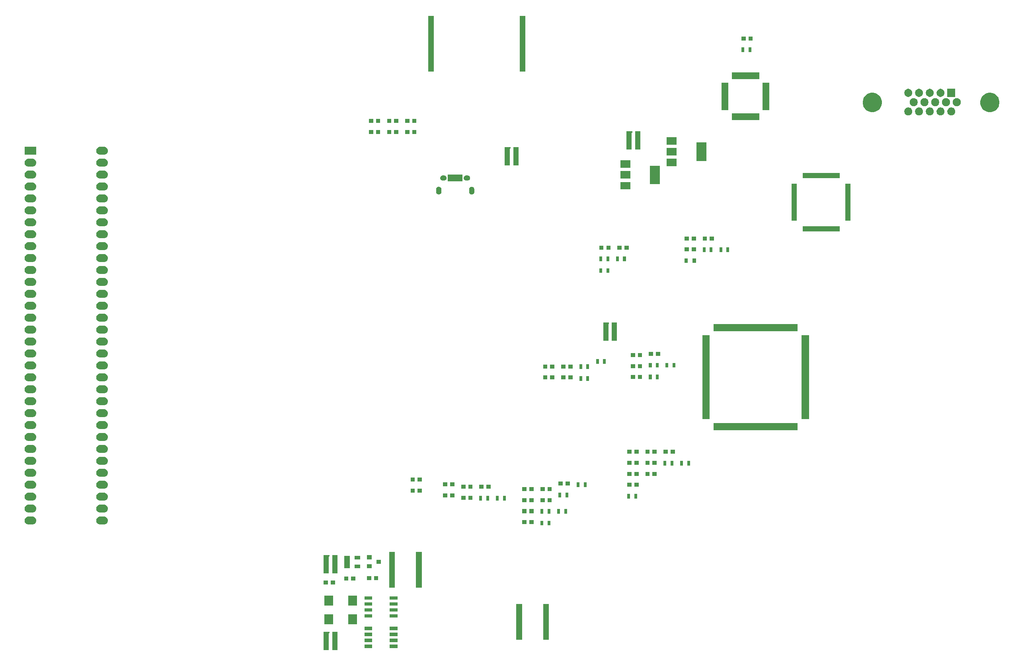
<source format=gbr>
G04 #@! TF.GenerationSoftware,KiCad,Pcbnew,(5.1.2)-1*
G04 #@! TF.CreationDate,2019-05-19T18:00:29-05:00*
G04 #@! TF.ProjectId,m68k,6d36386b-2e6b-4696-9361-645f70636258,rev?*
G04 #@! TF.SameCoordinates,Original*
G04 #@! TF.FileFunction,Soldermask,Top*
G04 #@! TF.FilePolarity,Negative*
%FSLAX46Y46*%
G04 Gerber Fmt 4.6, Leading zero omitted, Abs format (unit mm)*
G04 Created by KiCad (PCBNEW (5.1.2)-1) date 2019-05-19 18:00:29*
%MOMM*%
%LPD*%
G04 APERTURE LIST*
%ADD10C,0.050000*%
G04 APERTURE END LIST*
D10*
G36*
X94176001Y-185291001D02*
G01*
X93074001Y-185291001D01*
X93074001Y-181389001D01*
X94176001Y-181389001D01*
X94176001Y-185291001D01*
X94176001Y-185291001D01*
G37*
G36*
X92476001Y-181693589D02*
G01*
X92453165Y-181700516D01*
X92431554Y-181712067D01*
X92412612Y-181727612D01*
X92397067Y-181746554D01*
X92385516Y-181768165D01*
X92378403Y-181791614D01*
X92376001Y-181816000D01*
X92376001Y-185291001D01*
X91274001Y-185291001D01*
X91274001Y-181389001D01*
X92476001Y-181389001D01*
X92476001Y-181693589D01*
X92476001Y-181693589D01*
G37*
G36*
X101581001Y-184846001D02*
G01*
X99929001Y-184846001D01*
X99929001Y-184144001D01*
X101581001Y-184144001D01*
X101581001Y-184846001D01*
X101581001Y-184846001D01*
G37*
G36*
X106981001Y-184846001D02*
G01*
X105329001Y-184846001D01*
X105329001Y-184144001D01*
X106981001Y-184144001D01*
X106981001Y-184846001D01*
X106981001Y-184846001D01*
G37*
G36*
X106981001Y-183576001D02*
G01*
X105329001Y-183576001D01*
X105329001Y-182874001D01*
X106981001Y-182874001D01*
X106981001Y-183576001D01*
X106981001Y-183576001D01*
G37*
G36*
X101581001Y-183576001D02*
G01*
X99929001Y-183576001D01*
X99929001Y-182874001D01*
X101581001Y-182874001D01*
X101581001Y-183576001D01*
X101581001Y-183576001D01*
G37*
G36*
X133451000Y-183101000D02*
G01*
X132249000Y-183101000D01*
X132249000Y-175449000D01*
X133451000Y-175449000D01*
X133451000Y-183101000D01*
X133451000Y-183101000D01*
G37*
G36*
X139151000Y-183101000D02*
G01*
X137949000Y-183101000D01*
X137949000Y-175449000D01*
X139151000Y-175449000D01*
X139151000Y-183101000D01*
X139151000Y-183101000D01*
G37*
G36*
X106981001Y-182306001D02*
G01*
X105329001Y-182306001D01*
X105329001Y-181604001D01*
X106981001Y-181604001D01*
X106981001Y-182306001D01*
X106981001Y-182306001D01*
G37*
G36*
X101581001Y-182306001D02*
G01*
X99929001Y-182306001D01*
X99929001Y-181604001D01*
X101581001Y-181604001D01*
X101581001Y-182306001D01*
X101581001Y-182306001D01*
G37*
G36*
X106981001Y-181036001D02*
G01*
X105329001Y-181036001D01*
X105329001Y-180334001D01*
X106981001Y-180334001D01*
X106981001Y-181036001D01*
X106981001Y-181036001D01*
G37*
G36*
X101581001Y-181036001D02*
G01*
X99929001Y-181036001D01*
X99929001Y-180334001D01*
X101581001Y-180334001D01*
X101581001Y-181036001D01*
X101581001Y-181036001D01*
G37*
G36*
X93286001Y-179791001D02*
G01*
X91384001Y-179791001D01*
X91384001Y-177689001D01*
X93286001Y-177689001D01*
X93286001Y-179791001D01*
X93286001Y-179791001D01*
G37*
G36*
X98366001Y-179791001D02*
G01*
X96464001Y-179791001D01*
X96464001Y-177689001D01*
X98366001Y-177689001D01*
X98366001Y-179791001D01*
X98366001Y-179791001D01*
G37*
G36*
X106981001Y-178396001D02*
G01*
X105329001Y-178396001D01*
X105329001Y-177694001D01*
X106981001Y-177694001D01*
X106981001Y-178396001D01*
X106981001Y-178396001D01*
G37*
G36*
X101581001Y-178396001D02*
G01*
X99929001Y-178396001D01*
X99929001Y-177694001D01*
X101581001Y-177694001D01*
X101581001Y-178396001D01*
X101581001Y-178396001D01*
G37*
G36*
X101581001Y-177126001D02*
G01*
X99929001Y-177126001D01*
X99929001Y-176424001D01*
X101581001Y-176424001D01*
X101581001Y-177126001D01*
X101581001Y-177126001D01*
G37*
G36*
X106981001Y-177126001D02*
G01*
X105329001Y-177126001D01*
X105329001Y-176424001D01*
X106981001Y-176424001D01*
X106981001Y-177126001D01*
X106981001Y-177126001D01*
G37*
G36*
X106981001Y-175856001D02*
G01*
X105329001Y-175856001D01*
X105329001Y-175154001D01*
X106981001Y-175154001D01*
X106981001Y-175856001D01*
X106981001Y-175856001D01*
G37*
G36*
X101581001Y-175856001D02*
G01*
X99929001Y-175856001D01*
X99929001Y-175154001D01*
X101581001Y-175154001D01*
X101581001Y-175856001D01*
X101581001Y-175856001D01*
G37*
G36*
X93286001Y-175791001D02*
G01*
X91384001Y-175791001D01*
X91384001Y-173689001D01*
X93286001Y-173689001D01*
X93286001Y-175791001D01*
X93286001Y-175791001D01*
G37*
G36*
X98366001Y-175791001D02*
G01*
X96464001Y-175791001D01*
X96464001Y-173689001D01*
X98366001Y-173689001D01*
X98366001Y-175791001D01*
X98366001Y-175791001D01*
G37*
G36*
X106981001Y-174586001D02*
G01*
X105329001Y-174586001D01*
X105329001Y-173884001D01*
X106981001Y-173884001D01*
X106981001Y-174586001D01*
X106981001Y-174586001D01*
G37*
G36*
X101581001Y-174586001D02*
G01*
X99929001Y-174586001D01*
X99929001Y-173884001D01*
X101581001Y-173884001D01*
X101581001Y-174586001D01*
X101581001Y-174586001D01*
G37*
G36*
X112126001Y-172016001D02*
G01*
X110924001Y-172016001D01*
X110924001Y-164364001D01*
X112126001Y-164364001D01*
X112126001Y-172016001D01*
X112126001Y-172016001D01*
G37*
G36*
X106426001Y-172016001D02*
G01*
X105224001Y-172016001D01*
X105224001Y-164364001D01*
X106426001Y-164364001D01*
X106426001Y-172016001D01*
X106426001Y-172016001D01*
G37*
G36*
X92176001Y-171376001D02*
G01*
X91274001Y-171376001D01*
X91274001Y-170524001D01*
X92176001Y-170524001D01*
X92176001Y-171376001D01*
X92176001Y-171376001D01*
G37*
G36*
X93676001Y-171376001D02*
G01*
X92774001Y-171376001D01*
X92774001Y-170524001D01*
X93676001Y-170524001D01*
X93676001Y-171376001D01*
X93676001Y-171376001D01*
G37*
G36*
X96526001Y-170476001D02*
G01*
X95624001Y-170476001D01*
X95624001Y-169624001D01*
X96526001Y-169624001D01*
X96526001Y-170476001D01*
X96526001Y-170476001D01*
G37*
G36*
X98026001Y-170476001D02*
G01*
X97124001Y-170476001D01*
X97124001Y-169624001D01*
X98026001Y-169624001D01*
X98026001Y-170476001D01*
X98026001Y-170476001D01*
G37*
G36*
X102876001Y-170376001D02*
G01*
X101974001Y-170376001D01*
X101974001Y-169524001D01*
X102876001Y-169524001D01*
X102876001Y-170376001D01*
X102876001Y-170376001D01*
G37*
G36*
X101376001Y-170376001D02*
G01*
X100474001Y-170376001D01*
X100474001Y-169524001D01*
X101376001Y-169524001D01*
X101376001Y-170376001D01*
X101376001Y-170376001D01*
G37*
G36*
X92476001Y-165353589D02*
G01*
X92453165Y-165360516D01*
X92431554Y-165372067D01*
X92412612Y-165387612D01*
X92397067Y-165406554D01*
X92385516Y-165428165D01*
X92378403Y-165451614D01*
X92376001Y-165476000D01*
X92376001Y-168951001D01*
X91274001Y-168951001D01*
X91274001Y-165049001D01*
X92476001Y-165049001D01*
X92476001Y-165353589D01*
X92476001Y-165353589D01*
G37*
G36*
X94176001Y-168951001D02*
G01*
X93074001Y-168951001D01*
X93074001Y-165049001D01*
X94176001Y-165049001D01*
X94176001Y-168951001D01*
X94176001Y-168951001D01*
G37*
G36*
X101476001Y-167901001D02*
G01*
X100474001Y-167901001D01*
X100474001Y-166999001D01*
X101476001Y-166999001D01*
X101476001Y-167901001D01*
X101476001Y-167901001D01*
G37*
G36*
X96806001Y-167876001D02*
G01*
X95644001Y-167876001D01*
X95644001Y-165224001D01*
X96806001Y-165224001D01*
X96806001Y-167876001D01*
X96806001Y-167876001D01*
G37*
G36*
X99006001Y-167876001D02*
G01*
X97844001Y-167876001D01*
X97844001Y-167124001D01*
X99006001Y-167124001D01*
X99006001Y-167876001D01*
X99006001Y-167876001D01*
G37*
G36*
X103476001Y-166951001D02*
G01*
X102474001Y-166951001D01*
X102474001Y-166049001D01*
X103476001Y-166049001D01*
X103476001Y-166951001D01*
X103476001Y-166951001D01*
G37*
G36*
X101476001Y-166001001D02*
G01*
X100474001Y-166001001D01*
X100474001Y-165099001D01*
X101476001Y-165099001D01*
X101476001Y-166001001D01*
X101476001Y-166001001D01*
G37*
G36*
X99006001Y-165976001D02*
G01*
X97844001Y-165976001D01*
X97844001Y-165224001D01*
X99006001Y-165224001D01*
X99006001Y-165976001D01*
X99006001Y-165976001D01*
G37*
G36*
X139476001Y-158761001D02*
G01*
X138874001Y-158761001D01*
X138874001Y-157759001D01*
X139476001Y-157759001D01*
X139476001Y-158761001D01*
X139476001Y-158761001D01*
G37*
G36*
X137976001Y-158761001D02*
G01*
X137374001Y-158761001D01*
X137374001Y-157759001D01*
X137976001Y-157759001D01*
X137976001Y-158761001D01*
X137976001Y-158761001D01*
G37*
G36*
X44681823Y-156876313D02*
G01*
X44842242Y-156924976D01*
X44974906Y-156995886D01*
X44990078Y-157003996D01*
X45119659Y-157110341D01*
X45226004Y-157239922D01*
X45226005Y-157239924D01*
X45305024Y-157387758D01*
X45353687Y-157548177D01*
X45370117Y-157715000D01*
X45353687Y-157881823D01*
X45305024Y-158042242D01*
X45234114Y-158174906D01*
X45226004Y-158190078D01*
X45119659Y-158319659D01*
X44990078Y-158426004D01*
X44990076Y-158426005D01*
X44842242Y-158505024D01*
X44681823Y-158553687D01*
X44556804Y-158566000D01*
X43673196Y-158566000D01*
X43548177Y-158553687D01*
X43387758Y-158505024D01*
X43239924Y-158426005D01*
X43239922Y-158426004D01*
X43110341Y-158319659D01*
X43003996Y-158190078D01*
X42995886Y-158174906D01*
X42924976Y-158042242D01*
X42876313Y-157881823D01*
X42859883Y-157715000D01*
X42876313Y-157548177D01*
X42924976Y-157387758D01*
X43003995Y-157239924D01*
X43003996Y-157239922D01*
X43110341Y-157110341D01*
X43239922Y-157003996D01*
X43255094Y-156995886D01*
X43387758Y-156924976D01*
X43548177Y-156876313D01*
X43673196Y-156864000D01*
X44556804Y-156864000D01*
X44681823Y-156876313D01*
X44681823Y-156876313D01*
G37*
G36*
X29441823Y-156876313D02*
G01*
X29602242Y-156924976D01*
X29734906Y-156995886D01*
X29750078Y-157003996D01*
X29879659Y-157110341D01*
X29986004Y-157239922D01*
X29986005Y-157239924D01*
X30065024Y-157387758D01*
X30113687Y-157548177D01*
X30130117Y-157715000D01*
X30113687Y-157881823D01*
X30065024Y-158042242D01*
X29994114Y-158174906D01*
X29986004Y-158190078D01*
X29879659Y-158319659D01*
X29750078Y-158426004D01*
X29750076Y-158426005D01*
X29602242Y-158505024D01*
X29441823Y-158553687D01*
X29316804Y-158566000D01*
X28433196Y-158566000D01*
X28308177Y-158553687D01*
X28147758Y-158505024D01*
X27999924Y-158426005D01*
X27999922Y-158426004D01*
X27870341Y-158319659D01*
X27763996Y-158190078D01*
X27755886Y-158174906D01*
X27684976Y-158042242D01*
X27636313Y-157881823D01*
X27619883Y-157715000D01*
X27636313Y-157548177D01*
X27684976Y-157387758D01*
X27763995Y-157239924D01*
X27763996Y-157239922D01*
X27870341Y-157110341D01*
X27999922Y-157003996D01*
X28015094Y-156995886D01*
X28147758Y-156924976D01*
X28308177Y-156876313D01*
X28433196Y-156864000D01*
X29316804Y-156864000D01*
X29441823Y-156876313D01*
X29441823Y-156876313D01*
G37*
G36*
X134426001Y-158491001D02*
G01*
X133524001Y-158491001D01*
X133524001Y-157639001D01*
X134426001Y-157639001D01*
X134426001Y-158491001D01*
X134426001Y-158491001D01*
G37*
G36*
X135926001Y-158491001D02*
G01*
X135024001Y-158491001D01*
X135024001Y-157639001D01*
X135926001Y-157639001D01*
X135926001Y-158491001D01*
X135926001Y-158491001D01*
G37*
G36*
X137976001Y-156281001D02*
G01*
X137374001Y-156281001D01*
X137374001Y-155279001D01*
X137976001Y-155279001D01*
X137976001Y-156281001D01*
X137976001Y-156281001D01*
G37*
G36*
X139476001Y-156281001D02*
G01*
X138874001Y-156281001D01*
X138874001Y-155279001D01*
X139476001Y-155279001D01*
X139476001Y-156281001D01*
X139476001Y-156281001D01*
G37*
G36*
X141526001Y-156281001D02*
G01*
X140924001Y-156281001D01*
X140924001Y-155279001D01*
X141526001Y-155279001D01*
X141526001Y-156281001D01*
X141526001Y-156281001D01*
G37*
G36*
X143026001Y-156281001D02*
G01*
X142424001Y-156281001D01*
X142424001Y-155279001D01*
X143026001Y-155279001D01*
X143026001Y-156281001D01*
X143026001Y-156281001D01*
G37*
G36*
X134426001Y-156141001D02*
G01*
X133524001Y-156141001D01*
X133524001Y-155289001D01*
X134426001Y-155289001D01*
X134426001Y-156141001D01*
X134426001Y-156141001D01*
G37*
G36*
X135926001Y-156141001D02*
G01*
X135024001Y-156141001D01*
X135024001Y-155289001D01*
X135926001Y-155289001D01*
X135926001Y-156141001D01*
X135926001Y-156141001D01*
G37*
G36*
X29441823Y-154336313D02*
G01*
X29602242Y-154384976D01*
X29734906Y-154455886D01*
X29750078Y-154463996D01*
X29879659Y-154570341D01*
X29986004Y-154699922D01*
X29986005Y-154699924D01*
X30065024Y-154847758D01*
X30113687Y-155008177D01*
X30130117Y-155175000D01*
X30113687Y-155341823D01*
X30065024Y-155502242D01*
X29994114Y-155634906D01*
X29986004Y-155650078D01*
X29879659Y-155779659D01*
X29750078Y-155886004D01*
X29750076Y-155886005D01*
X29602242Y-155965024D01*
X29441823Y-156013687D01*
X29316804Y-156026000D01*
X28433196Y-156026000D01*
X28308177Y-156013687D01*
X28147758Y-155965024D01*
X27999924Y-155886005D01*
X27999922Y-155886004D01*
X27870341Y-155779659D01*
X27763996Y-155650078D01*
X27755886Y-155634906D01*
X27684976Y-155502242D01*
X27636313Y-155341823D01*
X27619883Y-155175000D01*
X27636313Y-155008177D01*
X27684976Y-154847758D01*
X27763995Y-154699924D01*
X27763996Y-154699922D01*
X27870341Y-154570341D01*
X27999922Y-154463996D01*
X28015094Y-154455886D01*
X28147758Y-154384976D01*
X28308177Y-154336313D01*
X28433196Y-154324000D01*
X29316804Y-154324000D01*
X29441823Y-154336313D01*
X29441823Y-154336313D01*
G37*
G36*
X44681823Y-154336313D02*
G01*
X44842242Y-154384976D01*
X44974906Y-154455886D01*
X44990078Y-154463996D01*
X45119659Y-154570341D01*
X45226004Y-154699922D01*
X45226005Y-154699924D01*
X45305024Y-154847758D01*
X45353687Y-155008177D01*
X45370117Y-155175000D01*
X45353687Y-155341823D01*
X45305024Y-155502242D01*
X45234114Y-155634906D01*
X45226004Y-155650078D01*
X45119659Y-155779659D01*
X44990078Y-155886004D01*
X44990076Y-155886005D01*
X44842242Y-155965024D01*
X44681823Y-156013687D01*
X44556804Y-156026000D01*
X43673196Y-156026000D01*
X43548177Y-156013687D01*
X43387758Y-155965024D01*
X43239924Y-155886005D01*
X43239922Y-155886004D01*
X43110341Y-155779659D01*
X43003996Y-155650078D01*
X42995886Y-155634906D01*
X42924976Y-155502242D01*
X42876313Y-155341823D01*
X42859883Y-155175000D01*
X42876313Y-155008177D01*
X42924976Y-154847758D01*
X43003995Y-154699924D01*
X43003996Y-154699922D01*
X43110341Y-154570341D01*
X43239922Y-154463996D01*
X43255094Y-154455886D01*
X43387758Y-154384976D01*
X43548177Y-154336313D01*
X43673196Y-154324000D01*
X44556804Y-154324000D01*
X44681823Y-154336313D01*
X44681823Y-154336313D01*
G37*
G36*
X135926001Y-153791001D02*
G01*
X135024001Y-153791001D01*
X135024001Y-152939001D01*
X135926001Y-152939001D01*
X135926001Y-153791001D01*
X135926001Y-153791001D01*
G37*
G36*
X134426001Y-153791001D02*
G01*
X133524001Y-153791001D01*
X133524001Y-152939001D01*
X134426001Y-152939001D01*
X134426001Y-153791001D01*
X134426001Y-153791001D01*
G37*
G36*
X138276001Y-153791001D02*
G01*
X137374001Y-153791001D01*
X137374001Y-152939001D01*
X138276001Y-152939001D01*
X138276001Y-153791001D01*
X138276001Y-153791001D01*
G37*
G36*
X139776001Y-153791001D02*
G01*
X138874001Y-153791001D01*
X138874001Y-152939001D01*
X139776001Y-152939001D01*
X139776001Y-153791001D01*
X139776001Y-153791001D01*
G37*
G36*
X29441823Y-151796313D02*
G01*
X29602242Y-151844976D01*
X29731379Y-151914001D01*
X29750078Y-151923996D01*
X29879659Y-152030341D01*
X29986004Y-152159922D01*
X29986005Y-152159924D01*
X30065024Y-152307758D01*
X30113687Y-152468177D01*
X30130117Y-152635000D01*
X30113687Y-152801823D01*
X30065024Y-152962242D01*
X29994114Y-153094906D01*
X29986004Y-153110078D01*
X29879659Y-153239659D01*
X29750078Y-153346004D01*
X29750076Y-153346005D01*
X29602242Y-153425024D01*
X29441823Y-153473687D01*
X29316804Y-153486000D01*
X28433196Y-153486000D01*
X28308177Y-153473687D01*
X28147758Y-153425024D01*
X27999924Y-153346005D01*
X27999922Y-153346004D01*
X27870341Y-153239659D01*
X27763996Y-153110078D01*
X27755886Y-153094906D01*
X27684976Y-152962242D01*
X27636313Y-152801823D01*
X27619883Y-152635000D01*
X27636313Y-152468177D01*
X27684976Y-152307758D01*
X27763995Y-152159924D01*
X27763996Y-152159922D01*
X27870341Y-152030341D01*
X27999922Y-151923996D01*
X28018621Y-151914001D01*
X28147758Y-151844976D01*
X28308177Y-151796313D01*
X28433196Y-151784000D01*
X29316804Y-151784000D01*
X29441823Y-151796313D01*
X29441823Y-151796313D01*
G37*
G36*
X44681823Y-151796313D02*
G01*
X44842242Y-151844976D01*
X44971379Y-151914001D01*
X44990078Y-151923996D01*
X45119659Y-152030341D01*
X45226004Y-152159922D01*
X45226005Y-152159924D01*
X45305024Y-152307758D01*
X45353687Y-152468177D01*
X45370117Y-152635000D01*
X45353687Y-152801823D01*
X45305024Y-152962242D01*
X45234114Y-153094906D01*
X45226004Y-153110078D01*
X45119659Y-153239659D01*
X44990078Y-153346004D01*
X44990076Y-153346005D01*
X44842242Y-153425024D01*
X44681823Y-153473687D01*
X44556804Y-153486000D01*
X43673196Y-153486000D01*
X43548177Y-153473687D01*
X43387758Y-153425024D01*
X43239924Y-153346005D01*
X43239922Y-153346004D01*
X43110341Y-153239659D01*
X43003996Y-153110078D01*
X42995886Y-153094906D01*
X42924976Y-152962242D01*
X42876313Y-152801823D01*
X42859883Y-152635000D01*
X42876313Y-152468177D01*
X42924976Y-152307758D01*
X43003995Y-152159924D01*
X43003996Y-152159922D01*
X43110341Y-152030341D01*
X43239922Y-151923996D01*
X43258621Y-151914001D01*
X43387758Y-151844976D01*
X43548177Y-151796313D01*
X43673196Y-151784000D01*
X44556804Y-151784000D01*
X44681823Y-151796313D01*
X44681823Y-151796313D01*
G37*
G36*
X130026001Y-153456001D02*
G01*
X129424001Y-153456001D01*
X129424001Y-152454001D01*
X130026001Y-152454001D01*
X130026001Y-153456001D01*
X130026001Y-153456001D01*
G37*
G36*
X128526001Y-153456001D02*
G01*
X127924001Y-153456001D01*
X127924001Y-152454001D01*
X128526001Y-152454001D01*
X128526001Y-153456001D01*
X128526001Y-153456001D01*
G37*
G36*
X126476001Y-153456001D02*
G01*
X125874001Y-153456001D01*
X125874001Y-152454001D01*
X126476001Y-152454001D01*
X126476001Y-153456001D01*
X126476001Y-153456001D01*
G37*
G36*
X124976001Y-153456001D02*
G01*
X124374001Y-153456001D01*
X124374001Y-152454001D01*
X124976001Y-152454001D01*
X124976001Y-153456001D01*
X124976001Y-153456001D01*
G37*
G36*
X122926001Y-153316001D02*
G01*
X122024001Y-153316001D01*
X122024001Y-152464001D01*
X122926001Y-152464001D01*
X122926001Y-153316001D01*
X122926001Y-153316001D01*
G37*
G36*
X121426001Y-153316001D02*
G01*
X120524001Y-153316001D01*
X120524001Y-152464001D01*
X121426001Y-152464001D01*
X121426001Y-153316001D01*
X121426001Y-153316001D01*
G37*
G36*
X157961001Y-153031001D02*
G01*
X157359001Y-153031001D01*
X157359001Y-152029001D01*
X157961001Y-152029001D01*
X157961001Y-153031001D01*
X157961001Y-153031001D01*
G37*
G36*
X156461001Y-153031001D02*
G01*
X155859001Y-153031001D01*
X155859001Y-152029001D01*
X156461001Y-152029001D01*
X156461001Y-153031001D01*
X156461001Y-153031001D01*
G37*
G36*
X143326001Y-152781001D02*
G01*
X142724001Y-152781001D01*
X142724001Y-151779001D01*
X143326001Y-151779001D01*
X143326001Y-152781001D01*
X143326001Y-152781001D01*
G37*
G36*
X141826001Y-152781001D02*
G01*
X141224001Y-152781001D01*
X141224001Y-151779001D01*
X141826001Y-151779001D01*
X141826001Y-152781001D01*
X141826001Y-152781001D01*
G37*
G36*
X117576001Y-152766001D02*
G01*
X116674001Y-152766001D01*
X116674001Y-151914001D01*
X117576001Y-151914001D01*
X117576001Y-152766001D01*
X117576001Y-152766001D01*
G37*
G36*
X119076001Y-152766001D02*
G01*
X118174001Y-152766001D01*
X118174001Y-151914001D01*
X119076001Y-151914001D01*
X119076001Y-152766001D01*
X119076001Y-152766001D01*
G37*
G36*
X112151001Y-151766001D02*
G01*
X111249001Y-151766001D01*
X111249001Y-150914001D01*
X112151001Y-150914001D01*
X112151001Y-151766001D01*
X112151001Y-151766001D01*
G37*
G36*
X110651001Y-151766001D02*
G01*
X109749001Y-151766001D01*
X109749001Y-150914001D01*
X110651001Y-150914001D01*
X110651001Y-151766001D01*
X110651001Y-151766001D01*
G37*
G36*
X139776001Y-151441001D02*
G01*
X138874001Y-151441001D01*
X138874001Y-150589001D01*
X139776001Y-150589001D01*
X139776001Y-151441001D01*
X139776001Y-151441001D01*
G37*
G36*
X134426001Y-151441001D02*
G01*
X133524001Y-151441001D01*
X133524001Y-150589001D01*
X134426001Y-150589001D01*
X134426001Y-151441001D01*
X134426001Y-151441001D01*
G37*
G36*
X138276001Y-151441001D02*
G01*
X137374001Y-151441001D01*
X137374001Y-150589001D01*
X138276001Y-150589001D01*
X138276001Y-151441001D01*
X138276001Y-151441001D01*
G37*
G36*
X135926001Y-151441001D02*
G01*
X135024001Y-151441001D01*
X135024001Y-150589001D01*
X135926001Y-150589001D01*
X135926001Y-151441001D01*
X135926001Y-151441001D01*
G37*
G36*
X126776001Y-150966001D02*
G01*
X125874001Y-150966001D01*
X125874001Y-150114001D01*
X126776001Y-150114001D01*
X126776001Y-150966001D01*
X126776001Y-150966001D01*
G37*
G36*
X125276001Y-150966001D02*
G01*
X124374001Y-150966001D01*
X124374001Y-150114001D01*
X125276001Y-150114001D01*
X125276001Y-150966001D01*
X125276001Y-150966001D01*
G37*
G36*
X121426001Y-150966001D02*
G01*
X120524001Y-150966001D01*
X120524001Y-150114001D01*
X121426001Y-150114001D01*
X121426001Y-150966001D01*
X121426001Y-150966001D01*
G37*
G36*
X122926001Y-150966001D02*
G01*
X122024001Y-150966001D01*
X122024001Y-150114001D01*
X122926001Y-150114001D01*
X122926001Y-150966001D01*
X122926001Y-150966001D01*
G37*
G36*
X44681823Y-149256313D02*
G01*
X44842242Y-149304976D01*
X44974906Y-149375886D01*
X44990078Y-149383996D01*
X45119659Y-149490341D01*
X45226004Y-149619922D01*
X45226005Y-149619924D01*
X45305024Y-149767758D01*
X45353687Y-149928177D01*
X45370117Y-150095000D01*
X45353687Y-150261823D01*
X45305024Y-150422242D01*
X45241546Y-150541001D01*
X45226004Y-150570078D01*
X45119659Y-150699659D01*
X44990078Y-150806004D01*
X44990076Y-150806005D01*
X44842242Y-150885024D01*
X44681823Y-150933687D01*
X44556804Y-150946000D01*
X43673196Y-150946000D01*
X43548177Y-150933687D01*
X43387758Y-150885024D01*
X43239924Y-150806005D01*
X43239922Y-150806004D01*
X43110341Y-150699659D01*
X43003996Y-150570078D01*
X42988454Y-150541001D01*
X42924976Y-150422242D01*
X42876313Y-150261823D01*
X42859883Y-150095000D01*
X42876313Y-149928177D01*
X42924976Y-149767758D01*
X43003995Y-149619924D01*
X43003996Y-149619922D01*
X43110341Y-149490341D01*
X43239922Y-149383996D01*
X43255094Y-149375886D01*
X43387758Y-149304976D01*
X43548177Y-149256313D01*
X43673196Y-149244000D01*
X44556804Y-149244000D01*
X44681823Y-149256313D01*
X44681823Y-149256313D01*
G37*
G36*
X29441823Y-149256313D02*
G01*
X29602242Y-149304976D01*
X29734906Y-149375886D01*
X29750078Y-149383996D01*
X29879659Y-149490341D01*
X29986004Y-149619922D01*
X29986005Y-149619924D01*
X30065024Y-149767758D01*
X30113687Y-149928177D01*
X30130117Y-150095000D01*
X30113687Y-150261823D01*
X30065024Y-150422242D01*
X30001546Y-150541001D01*
X29986004Y-150570078D01*
X29879659Y-150699659D01*
X29750078Y-150806004D01*
X29750076Y-150806005D01*
X29602242Y-150885024D01*
X29441823Y-150933687D01*
X29316804Y-150946000D01*
X28433196Y-150946000D01*
X28308177Y-150933687D01*
X28147758Y-150885024D01*
X27999924Y-150806005D01*
X27999922Y-150806004D01*
X27870341Y-150699659D01*
X27763996Y-150570078D01*
X27748454Y-150541001D01*
X27684976Y-150422242D01*
X27636313Y-150261823D01*
X27619883Y-150095000D01*
X27636313Y-149928177D01*
X27684976Y-149767758D01*
X27763995Y-149619924D01*
X27763996Y-149619922D01*
X27870341Y-149490341D01*
X27999922Y-149383996D01*
X28015094Y-149375886D01*
X28147758Y-149304976D01*
X28308177Y-149256313D01*
X28433196Y-149244000D01*
X29316804Y-149244000D01*
X29441823Y-149256313D01*
X29441823Y-149256313D01*
G37*
G36*
X147176001Y-150561001D02*
G01*
X146574001Y-150561001D01*
X146574001Y-149559001D01*
X147176001Y-149559001D01*
X147176001Y-150561001D01*
X147176001Y-150561001D01*
G37*
G36*
X145676001Y-150561001D02*
G01*
X145074001Y-150561001D01*
X145074001Y-149559001D01*
X145676001Y-149559001D01*
X145676001Y-150561001D01*
X145676001Y-150561001D01*
G37*
G36*
X156761001Y-150541001D02*
G01*
X155859001Y-150541001D01*
X155859001Y-149689001D01*
X156761001Y-149689001D01*
X156761001Y-150541001D01*
X156761001Y-150541001D01*
G37*
G36*
X158261001Y-150541001D02*
G01*
X157359001Y-150541001D01*
X157359001Y-149689001D01*
X158261001Y-149689001D01*
X158261001Y-150541001D01*
X158261001Y-150541001D01*
G37*
G36*
X119076001Y-150416001D02*
G01*
X118174001Y-150416001D01*
X118174001Y-149564001D01*
X119076001Y-149564001D01*
X119076001Y-150416001D01*
X119076001Y-150416001D01*
G37*
G36*
X117576001Y-150416001D02*
G01*
X116674001Y-150416001D01*
X116674001Y-149564001D01*
X117576001Y-149564001D01*
X117576001Y-150416001D01*
X117576001Y-150416001D01*
G37*
G36*
X143626001Y-150291001D02*
G01*
X142724001Y-150291001D01*
X142724001Y-149439001D01*
X143626001Y-149439001D01*
X143626001Y-150291001D01*
X143626001Y-150291001D01*
G37*
G36*
X142126001Y-150291001D02*
G01*
X141224001Y-150291001D01*
X141224001Y-149439001D01*
X142126001Y-149439001D01*
X142126001Y-150291001D01*
X142126001Y-150291001D01*
G37*
G36*
X110651001Y-149416001D02*
G01*
X109749001Y-149416001D01*
X109749001Y-148564001D01*
X110651001Y-148564001D01*
X110651001Y-149416001D01*
X110651001Y-149416001D01*
G37*
G36*
X112151001Y-149416001D02*
G01*
X111249001Y-149416001D01*
X111249001Y-148564001D01*
X112151001Y-148564001D01*
X112151001Y-149416001D01*
X112151001Y-149416001D01*
G37*
G36*
X44681823Y-146716313D02*
G01*
X44842242Y-146764976D01*
X44974906Y-146835886D01*
X44990078Y-146843996D01*
X45119659Y-146950341D01*
X45226004Y-147079922D01*
X45226005Y-147079924D01*
X45305024Y-147227758D01*
X45353687Y-147388177D01*
X45370117Y-147555000D01*
X45353687Y-147721823D01*
X45305024Y-147882242D01*
X45234114Y-148014906D01*
X45226004Y-148030078D01*
X45119659Y-148159659D01*
X44990078Y-148266004D01*
X44990076Y-148266005D01*
X44842242Y-148345024D01*
X44681823Y-148393687D01*
X44556804Y-148406000D01*
X43673196Y-148406000D01*
X43548177Y-148393687D01*
X43387758Y-148345024D01*
X43239924Y-148266005D01*
X43239922Y-148266004D01*
X43110341Y-148159659D01*
X43003996Y-148030078D01*
X42995886Y-148014906D01*
X42924976Y-147882242D01*
X42876313Y-147721823D01*
X42859883Y-147555000D01*
X42876313Y-147388177D01*
X42924976Y-147227758D01*
X43003995Y-147079924D01*
X43003996Y-147079922D01*
X43110341Y-146950341D01*
X43239922Y-146843996D01*
X43255094Y-146835886D01*
X43387758Y-146764976D01*
X43548177Y-146716313D01*
X43673196Y-146704000D01*
X44556804Y-146704000D01*
X44681823Y-146716313D01*
X44681823Y-146716313D01*
G37*
G36*
X29441823Y-146716313D02*
G01*
X29602242Y-146764976D01*
X29734906Y-146835886D01*
X29750078Y-146843996D01*
X29879659Y-146950341D01*
X29986004Y-147079922D01*
X29986005Y-147079924D01*
X30065024Y-147227758D01*
X30113687Y-147388177D01*
X30130117Y-147555000D01*
X30113687Y-147721823D01*
X30065024Y-147882242D01*
X29994114Y-148014906D01*
X29986004Y-148030078D01*
X29879659Y-148159659D01*
X29750078Y-148266004D01*
X29750076Y-148266005D01*
X29602242Y-148345024D01*
X29441823Y-148393687D01*
X29316804Y-148406000D01*
X28433196Y-148406000D01*
X28308177Y-148393687D01*
X28147758Y-148345024D01*
X27999924Y-148266005D01*
X27999922Y-148266004D01*
X27870341Y-148159659D01*
X27763996Y-148030078D01*
X27755886Y-148014906D01*
X27684976Y-147882242D01*
X27636313Y-147721823D01*
X27619883Y-147555000D01*
X27636313Y-147388177D01*
X27684976Y-147227758D01*
X27763995Y-147079924D01*
X27763996Y-147079922D01*
X27870341Y-146950341D01*
X27999922Y-146843996D01*
X28015094Y-146835886D01*
X28147758Y-146764976D01*
X28308177Y-146716313D01*
X28433196Y-146704000D01*
X29316804Y-146704000D01*
X29441823Y-146716313D01*
X29441823Y-146716313D01*
G37*
G36*
X156761001Y-148191001D02*
G01*
X155859001Y-148191001D01*
X155859001Y-147339001D01*
X156761001Y-147339001D01*
X156761001Y-148191001D01*
X156761001Y-148191001D01*
G37*
G36*
X162111001Y-148191001D02*
G01*
X161209001Y-148191001D01*
X161209001Y-147339001D01*
X162111001Y-147339001D01*
X162111001Y-148191001D01*
X162111001Y-148191001D01*
G37*
G36*
X160611001Y-148191001D02*
G01*
X159709001Y-148191001D01*
X159709001Y-147339001D01*
X160611001Y-147339001D01*
X160611001Y-148191001D01*
X160611001Y-148191001D01*
G37*
G36*
X158261001Y-148191001D02*
G01*
X157359001Y-148191001D01*
X157359001Y-147339001D01*
X158261001Y-147339001D01*
X158261001Y-148191001D01*
X158261001Y-148191001D01*
G37*
G36*
X164161001Y-145981001D02*
G01*
X163559001Y-145981001D01*
X163559001Y-144979001D01*
X164161001Y-144979001D01*
X164161001Y-145981001D01*
X164161001Y-145981001D01*
G37*
G36*
X169211001Y-145981001D02*
G01*
X168609001Y-145981001D01*
X168609001Y-144979001D01*
X169211001Y-144979001D01*
X169211001Y-145981001D01*
X169211001Y-145981001D01*
G37*
G36*
X165661001Y-145981001D02*
G01*
X165059001Y-145981001D01*
X165059001Y-144979001D01*
X165661001Y-144979001D01*
X165661001Y-145981001D01*
X165661001Y-145981001D01*
G37*
G36*
X167711001Y-145981001D02*
G01*
X167109001Y-145981001D01*
X167109001Y-144979001D01*
X167711001Y-144979001D01*
X167711001Y-145981001D01*
X167711001Y-145981001D01*
G37*
G36*
X44681823Y-144176313D02*
G01*
X44842242Y-144224976D01*
X44974906Y-144295886D01*
X44990078Y-144303996D01*
X45119659Y-144410341D01*
X45226004Y-144539922D01*
X45226005Y-144539924D01*
X45305024Y-144687758D01*
X45353687Y-144848177D01*
X45370117Y-145015000D01*
X45353687Y-145181823D01*
X45305024Y-145342242D01*
X45234114Y-145474906D01*
X45226004Y-145490078D01*
X45119659Y-145619659D01*
X44990078Y-145726004D01*
X44990076Y-145726005D01*
X44842242Y-145805024D01*
X44681823Y-145853687D01*
X44556804Y-145866000D01*
X43673196Y-145866000D01*
X43548177Y-145853687D01*
X43387758Y-145805024D01*
X43239924Y-145726005D01*
X43239922Y-145726004D01*
X43110341Y-145619659D01*
X43003996Y-145490078D01*
X42995886Y-145474906D01*
X42924976Y-145342242D01*
X42876313Y-145181823D01*
X42859883Y-145015000D01*
X42876313Y-144848177D01*
X42924976Y-144687758D01*
X43003995Y-144539924D01*
X43003996Y-144539922D01*
X43110341Y-144410341D01*
X43239922Y-144303996D01*
X43255094Y-144295886D01*
X43387758Y-144224976D01*
X43548177Y-144176313D01*
X43673196Y-144164000D01*
X44556804Y-144164000D01*
X44681823Y-144176313D01*
X44681823Y-144176313D01*
G37*
G36*
X29441823Y-144176313D02*
G01*
X29602242Y-144224976D01*
X29734906Y-144295886D01*
X29750078Y-144303996D01*
X29879659Y-144410341D01*
X29986004Y-144539922D01*
X29986005Y-144539924D01*
X30065024Y-144687758D01*
X30113687Y-144848177D01*
X30130117Y-145015000D01*
X30113687Y-145181823D01*
X30065024Y-145342242D01*
X29994114Y-145474906D01*
X29986004Y-145490078D01*
X29879659Y-145619659D01*
X29750078Y-145726004D01*
X29750076Y-145726005D01*
X29602242Y-145805024D01*
X29441823Y-145853687D01*
X29316804Y-145866000D01*
X28433196Y-145866000D01*
X28308177Y-145853687D01*
X28147758Y-145805024D01*
X27999924Y-145726005D01*
X27999922Y-145726004D01*
X27870341Y-145619659D01*
X27763996Y-145490078D01*
X27755886Y-145474906D01*
X27684976Y-145342242D01*
X27636313Y-145181823D01*
X27619883Y-145015000D01*
X27636313Y-144848177D01*
X27684976Y-144687758D01*
X27763995Y-144539924D01*
X27763996Y-144539922D01*
X27870341Y-144410341D01*
X27999922Y-144303996D01*
X28015094Y-144295886D01*
X28147758Y-144224976D01*
X28308177Y-144176313D01*
X28433196Y-144164000D01*
X29316804Y-144164000D01*
X29441823Y-144176313D01*
X29441823Y-144176313D01*
G37*
G36*
X158261001Y-145841001D02*
G01*
X157359001Y-145841001D01*
X157359001Y-144989001D01*
X158261001Y-144989001D01*
X158261001Y-145841001D01*
X158261001Y-145841001D01*
G37*
G36*
X156761001Y-145841001D02*
G01*
X155859001Y-145841001D01*
X155859001Y-144989001D01*
X156761001Y-144989001D01*
X156761001Y-145841001D01*
X156761001Y-145841001D01*
G37*
G36*
X162111001Y-145841001D02*
G01*
X161209001Y-145841001D01*
X161209001Y-144989001D01*
X162111001Y-144989001D01*
X162111001Y-145841001D01*
X162111001Y-145841001D01*
G37*
G36*
X160611001Y-145841001D02*
G01*
X159709001Y-145841001D01*
X159709001Y-144989001D01*
X160611001Y-144989001D01*
X160611001Y-145841001D01*
X160611001Y-145841001D01*
G37*
G36*
X164461001Y-143491001D02*
G01*
X163559001Y-143491001D01*
X163559001Y-142639001D01*
X164461001Y-142639001D01*
X164461001Y-143491001D01*
X164461001Y-143491001D01*
G37*
G36*
X165961001Y-143491001D02*
G01*
X165059001Y-143491001D01*
X165059001Y-142639001D01*
X165961001Y-142639001D01*
X165961001Y-143491001D01*
X165961001Y-143491001D01*
G37*
G36*
X156761001Y-143491001D02*
G01*
X155859001Y-143491001D01*
X155859001Y-142639001D01*
X156761001Y-142639001D01*
X156761001Y-143491001D01*
X156761001Y-143491001D01*
G37*
G36*
X158261001Y-143491001D02*
G01*
X157359001Y-143491001D01*
X157359001Y-142639001D01*
X158261001Y-142639001D01*
X158261001Y-143491001D01*
X158261001Y-143491001D01*
G37*
G36*
X162111001Y-143491001D02*
G01*
X161209001Y-143491001D01*
X161209001Y-142639001D01*
X162111001Y-142639001D01*
X162111001Y-143491001D01*
X162111001Y-143491001D01*
G37*
G36*
X160611001Y-143491001D02*
G01*
X159709001Y-143491001D01*
X159709001Y-142639001D01*
X160611001Y-142639001D01*
X160611001Y-143491001D01*
X160611001Y-143491001D01*
G37*
G36*
X29441823Y-141636313D02*
G01*
X29602242Y-141684976D01*
X29734906Y-141755886D01*
X29750078Y-141763996D01*
X29879659Y-141870341D01*
X29986004Y-141999922D01*
X29986005Y-141999924D01*
X30065024Y-142147758D01*
X30113687Y-142308177D01*
X30130117Y-142475000D01*
X30113687Y-142641823D01*
X30065024Y-142802242D01*
X29994114Y-142934906D01*
X29986004Y-142950078D01*
X29879659Y-143079659D01*
X29750078Y-143186004D01*
X29750076Y-143186005D01*
X29602242Y-143265024D01*
X29441823Y-143313687D01*
X29316804Y-143326000D01*
X28433196Y-143326000D01*
X28308177Y-143313687D01*
X28147758Y-143265024D01*
X27999924Y-143186005D01*
X27999922Y-143186004D01*
X27870341Y-143079659D01*
X27763996Y-142950078D01*
X27755886Y-142934906D01*
X27684976Y-142802242D01*
X27636313Y-142641823D01*
X27619883Y-142475000D01*
X27636313Y-142308177D01*
X27684976Y-142147758D01*
X27763995Y-141999924D01*
X27763996Y-141999922D01*
X27870341Y-141870341D01*
X27999922Y-141763996D01*
X28015094Y-141755886D01*
X28147758Y-141684976D01*
X28308177Y-141636313D01*
X28433196Y-141624000D01*
X29316804Y-141624000D01*
X29441823Y-141636313D01*
X29441823Y-141636313D01*
G37*
G36*
X44681823Y-141636313D02*
G01*
X44842242Y-141684976D01*
X44974906Y-141755886D01*
X44990078Y-141763996D01*
X45119659Y-141870341D01*
X45226004Y-141999922D01*
X45226005Y-141999924D01*
X45305024Y-142147758D01*
X45353687Y-142308177D01*
X45370117Y-142475000D01*
X45353687Y-142641823D01*
X45305024Y-142802242D01*
X45234114Y-142934906D01*
X45226004Y-142950078D01*
X45119659Y-143079659D01*
X44990078Y-143186004D01*
X44990076Y-143186005D01*
X44842242Y-143265024D01*
X44681823Y-143313687D01*
X44556804Y-143326000D01*
X43673196Y-143326000D01*
X43548177Y-143313687D01*
X43387758Y-143265024D01*
X43239924Y-143186005D01*
X43239922Y-143186004D01*
X43110341Y-143079659D01*
X43003996Y-142950078D01*
X42995886Y-142934906D01*
X42924976Y-142802242D01*
X42876313Y-142641823D01*
X42859883Y-142475000D01*
X42876313Y-142308177D01*
X42924976Y-142147758D01*
X43003995Y-141999924D01*
X43003996Y-141999922D01*
X43110341Y-141870341D01*
X43239922Y-141763996D01*
X43255094Y-141755886D01*
X43387758Y-141684976D01*
X43548177Y-141636313D01*
X43673196Y-141624000D01*
X44556804Y-141624000D01*
X44681823Y-141636313D01*
X44681823Y-141636313D01*
G37*
G36*
X29441823Y-139096313D02*
G01*
X29602242Y-139144976D01*
X29734906Y-139215886D01*
X29750078Y-139223996D01*
X29879659Y-139330341D01*
X29986004Y-139459922D01*
X29986005Y-139459924D01*
X30065024Y-139607758D01*
X30113687Y-139768177D01*
X30130117Y-139935000D01*
X30113687Y-140101823D01*
X30065024Y-140262242D01*
X29994114Y-140394906D01*
X29986004Y-140410078D01*
X29879659Y-140539659D01*
X29750078Y-140646004D01*
X29750076Y-140646005D01*
X29602242Y-140725024D01*
X29441823Y-140773687D01*
X29316804Y-140786000D01*
X28433196Y-140786000D01*
X28308177Y-140773687D01*
X28147758Y-140725024D01*
X27999924Y-140646005D01*
X27999922Y-140646004D01*
X27870341Y-140539659D01*
X27763996Y-140410078D01*
X27755886Y-140394906D01*
X27684976Y-140262242D01*
X27636313Y-140101823D01*
X27619883Y-139935000D01*
X27636313Y-139768177D01*
X27684976Y-139607758D01*
X27763995Y-139459924D01*
X27763996Y-139459922D01*
X27870341Y-139330341D01*
X27999922Y-139223996D01*
X28015094Y-139215886D01*
X28147758Y-139144976D01*
X28308177Y-139096313D01*
X28433196Y-139084000D01*
X29316804Y-139084000D01*
X29441823Y-139096313D01*
X29441823Y-139096313D01*
G37*
G36*
X44681823Y-139096313D02*
G01*
X44842242Y-139144976D01*
X44974906Y-139215886D01*
X44990078Y-139223996D01*
X45119659Y-139330341D01*
X45226004Y-139459922D01*
X45226005Y-139459924D01*
X45305024Y-139607758D01*
X45353687Y-139768177D01*
X45370117Y-139935000D01*
X45353687Y-140101823D01*
X45305024Y-140262242D01*
X45234114Y-140394906D01*
X45226004Y-140410078D01*
X45119659Y-140539659D01*
X44990078Y-140646004D01*
X44990076Y-140646005D01*
X44842242Y-140725024D01*
X44681823Y-140773687D01*
X44556804Y-140786000D01*
X43673196Y-140786000D01*
X43548177Y-140773687D01*
X43387758Y-140725024D01*
X43239924Y-140646005D01*
X43239922Y-140646004D01*
X43110341Y-140539659D01*
X43003996Y-140410078D01*
X42995886Y-140394906D01*
X42924976Y-140262242D01*
X42876313Y-140101823D01*
X42859883Y-139935000D01*
X42876313Y-139768177D01*
X42924976Y-139607758D01*
X43003995Y-139459924D01*
X43003996Y-139459922D01*
X43110341Y-139330341D01*
X43239922Y-139223996D01*
X43255094Y-139215886D01*
X43387758Y-139144976D01*
X43548177Y-139096313D01*
X43673196Y-139084000D01*
X44556804Y-139084000D01*
X44681823Y-139096313D01*
X44681823Y-139096313D01*
G37*
G36*
X192101000Y-138501000D02*
G01*
X174249000Y-138501000D01*
X174249000Y-136949000D01*
X192101000Y-136949000D01*
X192101000Y-138501000D01*
X192101000Y-138501000D01*
G37*
G36*
X29441823Y-136556313D02*
G01*
X29602242Y-136604976D01*
X29734906Y-136675886D01*
X29750078Y-136683996D01*
X29879659Y-136790341D01*
X29986004Y-136919922D01*
X29986005Y-136919924D01*
X30065024Y-137067758D01*
X30113687Y-137228177D01*
X30130117Y-137395000D01*
X30113687Y-137561823D01*
X30065024Y-137722242D01*
X29994114Y-137854906D01*
X29986004Y-137870078D01*
X29879659Y-137999659D01*
X29750078Y-138106004D01*
X29750076Y-138106005D01*
X29602242Y-138185024D01*
X29441823Y-138233687D01*
X29316804Y-138246000D01*
X28433196Y-138246000D01*
X28308177Y-138233687D01*
X28147758Y-138185024D01*
X27999924Y-138106005D01*
X27999922Y-138106004D01*
X27870341Y-137999659D01*
X27763996Y-137870078D01*
X27755886Y-137854906D01*
X27684976Y-137722242D01*
X27636313Y-137561823D01*
X27619883Y-137395000D01*
X27636313Y-137228177D01*
X27684976Y-137067758D01*
X27763995Y-136919924D01*
X27763996Y-136919922D01*
X27870341Y-136790341D01*
X27999922Y-136683996D01*
X28015094Y-136675886D01*
X28147758Y-136604976D01*
X28308177Y-136556313D01*
X28433196Y-136544000D01*
X29316804Y-136544000D01*
X29441823Y-136556313D01*
X29441823Y-136556313D01*
G37*
G36*
X44681823Y-136556313D02*
G01*
X44842242Y-136604976D01*
X44974906Y-136675886D01*
X44990078Y-136683996D01*
X45119659Y-136790341D01*
X45226004Y-136919922D01*
X45226005Y-136919924D01*
X45305024Y-137067758D01*
X45353687Y-137228177D01*
X45370117Y-137395000D01*
X45353687Y-137561823D01*
X45305024Y-137722242D01*
X45234114Y-137854906D01*
X45226004Y-137870078D01*
X45119659Y-137999659D01*
X44990078Y-138106004D01*
X44990076Y-138106005D01*
X44842242Y-138185024D01*
X44681823Y-138233687D01*
X44556804Y-138246000D01*
X43673196Y-138246000D01*
X43548177Y-138233687D01*
X43387758Y-138185024D01*
X43239924Y-138106005D01*
X43239922Y-138106004D01*
X43110341Y-137999659D01*
X43003996Y-137870078D01*
X42995886Y-137854906D01*
X42924976Y-137722242D01*
X42876313Y-137561823D01*
X42859883Y-137395000D01*
X42876313Y-137228177D01*
X42924976Y-137067758D01*
X43003995Y-136919924D01*
X43003996Y-136919922D01*
X43110341Y-136790341D01*
X43239922Y-136683996D01*
X43255094Y-136675886D01*
X43387758Y-136604976D01*
X43548177Y-136556313D01*
X43673196Y-136544000D01*
X44556804Y-136544000D01*
X44681823Y-136556313D01*
X44681823Y-136556313D01*
G37*
G36*
X194501000Y-136101000D02*
G01*
X192949000Y-136101000D01*
X192949000Y-118249000D01*
X194501000Y-118249000D01*
X194501000Y-136101000D01*
X194501000Y-136101000D01*
G37*
G36*
X173401000Y-136101000D02*
G01*
X171849000Y-136101000D01*
X171849000Y-118249000D01*
X173401000Y-118249000D01*
X173401000Y-136101000D01*
X173401000Y-136101000D01*
G37*
G36*
X29441823Y-134016313D02*
G01*
X29602242Y-134064976D01*
X29669638Y-134101000D01*
X29750078Y-134143996D01*
X29879659Y-134250341D01*
X29986004Y-134379922D01*
X29986005Y-134379924D01*
X30065024Y-134527758D01*
X30113687Y-134688177D01*
X30130117Y-134855000D01*
X30113687Y-135021823D01*
X30065024Y-135182242D01*
X30029341Y-135249000D01*
X29986004Y-135330078D01*
X29879659Y-135459659D01*
X29750078Y-135566004D01*
X29750076Y-135566005D01*
X29602242Y-135645024D01*
X29441823Y-135693687D01*
X29316804Y-135706000D01*
X28433196Y-135706000D01*
X28308177Y-135693687D01*
X28147758Y-135645024D01*
X27999924Y-135566005D01*
X27999922Y-135566004D01*
X27870341Y-135459659D01*
X27763996Y-135330078D01*
X27720659Y-135249000D01*
X27684976Y-135182242D01*
X27636313Y-135021823D01*
X27619883Y-134855000D01*
X27636313Y-134688177D01*
X27684976Y-134527758D01*
X27763995Y-134379924D01*
X27763996Y-134379922D01*
X27870341Y-134250341D01*
X27999922Y-134143996D01*
X28080362Y-134101000D01*
X28147758Y-134064976D01*
X28308177Y-134016313D01*
X28433196Y-134004000D01*
X29316804Y-134004000D01*
X29441823Y-134016313D01*
X29441823Y-134016313D01*
G37*
G36*
X44681823Y-134016313D02*
G01*
X44842242Y-134064976D01*
X44909638Y-134101000D01*
X44990078Y-134143996D01*
X45119659Y-134250341D01*
X45226004Y-134379922D01*
X45226005Y-134379924D01*
X45305024Y-134527758D01*
X45353687Y-134688177D01*
X45370117Y-134855000D01*
X45353687Y-135021823D01*
X45305024Y-135182242D01*
X45269341Y-135249000D01*
X45226004Y-135330078D01*
X45119659Y-135459659D01*
X44990078Y-135566004D01*
X44990076Y-135566005D01*
X44842242Y-135645024D01*
X44681823Y-135693687D01*
X44556804Y-135706000D01*
X43673196Y-135706000D01*
X43548177Y-135693687D01*
X43387758Y-135645024D01*
X43239924Y-135566005D01*
X43239922Y-135566004D01*
X43110341Y-135459659D01*
X43003996Y-135330078D01*
X42960659Y-135249000D01*
X42924976Y-135182242D01*
X42876313Y-135021823D01*
X42859883Y-134855000D01*
X42876313Y-134688177D01*
X42924976Y-134527758D01*
X43003995Y-134379924D01*
X43003996Y-134379922D01*
X43110341Y-134250341D01*
X43239922Y-134143996D01*
X43320362Y-134101000D01*
X43387758Y-134064976D01*
X43548177Y-134016313D01*
X43673196Y-134004000D01*
X44556804Y-134004000D01*
X44681823Y-134016313D01*
X44681823Y-134016313D01*
G37*
G36*
X44681823Y-131476313D02*
G01*
X44842242Y-131524976D01*
X44974906Y-131595886D01*
X44990078Y-131603996D01*
X45119659Y-131710341D01*
X45226004Y-131839922D01*
X45226005Y-131839924D01*
X45305024Y-131987758D01*
X45353687Y-132148177D01*
X45370117Y-132315000D01*
X45353687Y-132481823D01*
X45305024Y-132642242D01*
X45234114Y-132774906D01*
X45226004Y-132790078D01*
X45119659Y-132919659D01*
X44990078Y-133026004D01*
X44990076Y-133026005D01*
X44842242Y-133105024D01*
X44681823Y-133153687D01*
X44556804Y-133166000D01*
X43673196Y-133166000D01*
X43548177Y-133153687D01*
X43387758Y-133105024D01*
X43239924Y-133026005D01*
X43239922Y-133026004D01*
X43110341Y-132919659D01*
X43003996Y-132790078D01*
X42995886Y-132774906D01*
X42924976Y-132642242D01*
X42876313Y-132481823D01*
X42859883Y-132315000D01*
X42876313Y-132148177D01*
X42924976Y-131987758D01*
X43003995Y-131839924D01*
X43003996Y-131839922D01*
X43110341Y-131710341D01*
X43239922Y-131603996D01*
X43255094Y-131595886D01*
X43387758Y-131524976D01*
X43548177Y-131476313D01*
X43673196Y-131464000D01*
X44556804Y-131464000D01*
X44681823Y-131476313D01*
X44681823Y-131476313D01*
G37*
G36*
X29441823Y-131476313D02*
G01*
X29602242Y-131524976D01*
X29734906Y-131595886D01*
X29750078Y-131603996D01*
X29879659Y-131710341D01*
X29986004Y-131839922D01*
X29986005Y-131839924D01*
X30065024Y-131987758D01*
X30113687Y-132148177D01*
X30130117Y-132315000D01*
X30113687Y-132481823D01*
X30065024Y-132642242D01*
X29994114Y-132774906D01*
X29986004Y-132790078D01*
X29879659Y-132919659D01*
X29750078Y-133026004D01*
X29750076Y-133026005D01*
X29602242Y-133105024D01*
X29441823Y-133153687D01*
X29316804Y-133166000D01*
X28433196Y-133166000D01*
X28308177Y-133153687D01*
X28147758Y-133105024D01*
X27999924Y-133026005D01*
X27999922Y-133026004D01*
X27870341Y-132919659D01*
X27763996Y-132790078D01*
X27755886Y-132774906D01*
X27684976Y-132642242D01*
X27636313Y-132481823D01*
X27619883Y-132315000D01*
X27636313Y-132148177D01*
X27684976Y-131987758D01*
X27763995Y-131839924D01*
X27763996Y-131839922D01*
X27870341Y-131710341D01*
X27999922Y-131603996D01*
X28015094Y-131595886D01*
X28147758Y-131524976D01*
X28308177Y-131476313D01*
X28433196Y-131464000D01*
X29316804Y-131464000D01*
X29441823Y-131476313D01*
X29441823Y-131476313D01*
G37*
G36*
X44681823Y-128936313D02*
G01*
X44842242Y-128984976D01*
X44974906Y-129055886D01*
X44990078Y-129063996D01*
X45119659Y-129170341D01*
X45226004Y-129299922D01*
X45226005Y-129299924D01*
X45305024Y-129447758D01*
X45353687Y-129608177D01*
X45370117Y-129775000D01*
X45353687Y-129941823D01*
X45305024Y-130102242D01*
X45234114Y-130234906D01*
X45226004Y-130250078D01*
X45119659Y-130379659D01*
X44990078Y-130486004D01*
X44990076Y-130486005D01*
X44842242Y-130565024D01*
X44681823Y-130613687D01*
X44556804Y-130626000D01*
X43673196Y-130626000D01*
X43548177Y-130613687D01*
X43387758Y-130565024D01*
X43239924Y-130486005D01*
X43239922Y-130486004D01*
X43110341Y-130379659D01*
X43003996Y-130250078D01*
X42995886Y-130234906D01*
X42924976Y-130102242D01*
X42876313Y-129941823D01*
X42859883Y-129775000D01*
X42876313Y-129608177D01*
X42924976Y-129447758D01*
X43003995Y-129299924D01*
X43003996Y-129299922D01*
X43110341Y-129170341D01*
X43239922Y-129063996D01*
X43255094Y-129055886D01*
X43387758Y-128984976D01*
X43548177Y-128936313D01*
X43673196Y-128924000D01*
X44556804Y-128924000D01*
X44681823Y-128936313D01*
X44681823Y-128936313D01*
G37*
G36*
X29441823Y-128936313D02*
G01*
X29602242Y-128984976D01*
X29734906Y-129055886D01*
X29750078Y-129063996D01*
X29879659Y-129170341D01*
X29986004Y-129299922D01*
X29986005Y-129299924D01*
X30065024Y-129447758D01*
X30113687Y-129608177D01*
X30130117Y-129775000D01*
X30113687Y-129941823D01*
X30065024Y-130102242D01*
X29994114Y-130234906D01*
X29986004Y-130250078D01*
X29879659Y-130379659D01*
X29750078Y-130486004D01*
X29750076Y-130486005D01*
X29602242Y-130565024D01*
X29441823Y-130613687D01*
X29316804Y-130626000D01*
X28433196Y-130626000D01*
X28308177Y-130613687D01*
X28147758Y-130565024D01*
X27999924Y-130486005D01*
X27999922Y-130486004D01*
X27870341Y-130379659D01*
X27763996Y-130250078D01*
X27755886Y-130234906D01*
X27684976Y-130102242D01*
X27636313Y-129941823D01*
X27619883Y-129775000D01*
X27636313Y-129608177D01*
X27684976Y-129447758D01*
X27763995Y-129299924D01*
X27763996Y-129299922D01*
X27870341Y-129170341D01*
X27999922Y-129063996D01*
X28015094Y-129055886D01*
X28147758Y-128984976D01*
X28308177Y-128936313D01*
X28433196Y-128924000D01*
X29316804Y-128924000D01*
X29441823Y-128936313D01*
X29441823Y-128936313D01*
G37*
G36*
X44681823Y-126396313D02*
G01*
X44842242Y-126444976D01*
X44974906Y-126515886D01*
X44990078Y-126523996D01*
X45119659Y-126630341D01*
X45226004Y-126759922D01*
X45226005Y-126759924D01*
X45305024Y-126907758D01*
X45353687Y-127068177D01*
X45370117Y-127235000D01*
X45353687Y-127401823D01*
X45305024Y-127562242D01*
X45244218Y-127676001D01*
X45226004Y-127710078D01*
X45119659Y-127839659D01*
X44990078Y-127946004D01*
X44990076Y-127946005D01*
X44842242Y-128025024D01*
X44681823Y-128073687D01*
X44556804Y-128086000D01*
X43673196Y-128086000D01*
X43548177Y-128073687D01*
X43387758Y-128025024D01*
X43239924Y-127946005D01*
X43239922Y-127946004D01*
X43110341Y-127839659D01*
X43003996Y-127710078D01*
X42985782Y-127676001D01*
X42924976Y-127562242D01*
X42876313Y-127401823D01*
X42859883Y-127235000D01*
X42876313Y-127068177D01*
X42924976Y-126907758D01*
X43003995Y-126759924D01*
X43003996Y-126759922D01*
X43110341Y-126630341D01*
X43239922Y-126523996D01*
X43255094Y-126515886D01*
X43387758Y-126444976D01*
X43548177Y-126396313D01*
X43673196Y-126384000D01*
X44556804Y-126384000D01*
X44681823Y-126396313D01*
X44681823Y-126396313D01*
G37*
G36*
X29441823Y-126396313D02*
G01*
X29602242Y-126444976D01*
X29734906Y-126515886D01*
X29750078Y-126523996D01*
X29879659Y-126630341D01*
X29986004Y-126759922D01*
X29986005Y-126759924D01*
X30065024Y-126907758D01*
X30113687Y-127068177D01*
X30130117Y-127235000D01*
X30113687Y-127401823D01*
X30065024Y-127562242D01*
X30004218Y-127676001D01*
X29986004Y-127710078D01*
X29879659Y-127839659D01*
X29750078Y-127946004D01*
X29750076Y-127946005D01*
X29602242Y-128025024D01*
X29441823Y-128073687D01*
X29316804Y-128086000D01*
X28433196Y-128086000D01*
X28308177Y-128073687D01*
X28147758Y-128025024D01*
X27999924Y-127946005D01*
X27999922Y-127946004D01*
X27870341Y-127839659D01*
X27763996Y-127710078D01*
X27745782Y-127676001D01*
X27684976Y-127562242D01*
X27636313Y-127401823D01*
X27619883Y-127235000D01*
X27636313Y-127068177D01*
X27684976Y-126907758D01*
X27763995Y-126759924D01*
X27763996Y-126759922D01*
X27870341Y-126630341D01*
X27999922Y-126523996D01*
X28015094Y-126515886D01*
X28147758Y-126444976D01*
X28308177Y-126396313D01*
X28433196Y-126384000D01*
X29316804Y-126384000D01*
X29441823Y-126396313D01*
X29441823Y-126396313D01*
G37*
G36*
X146251001Y-127946001D02*
G01*
X145649001Y-127946001D01*
X145649001Y-126944001D01*
X146251001Y-126944001D01*
X146251001Y-127946001D01*
X146251001Y-127946001D01*
G37*
G36*
X147751001Y-127946001D02*
G01*
X147149001Y-127946001D01*
X147149001Y-126944001D01*
X147751001Y-126944001D01*
X147751001Y-127946001D01*
X147751001Y-127946001D01*
G37*
G36*
X144201001Y-127676001D02*
G01*
X143299001Y-127676001D01*
X143299001Y-126824001D01*
X144201001Y-126824001D01*
X144201001Y-127676001D01*
X144201001Y-127676001D01*
G37*
G36*
X142701001Y-127676001D02*
G01*
X141799001Y-127676001D01*
X141799001Y-126824001D01*
X142701001Y-126824001D01*
X142701001Y-127676001D01*
X142701001Y-127676001D01*
G37*
G36*
X140351001Y-127676001D02*
G01*
X139449001Y-127676001D01*
X139449001Y-126824001D01*
X140351001Y-126824001D01*
X140351001Y-127676001D01*
X140351001Y-127676001D01*
G37*
G36*
X138851001Y-127676001D02*
G01*
X137949001Y-127676001D01*
X137949001Y-126824001D01*
X138851001Y-126824001D01*
X138851001Y-127676001D01*
X138851001Y-127676001D01*
G37*
G36*
X162551001Y-127621001D02*
G01*
X161949001Y-127621001D01*
X161949001Y-126619001D01*
X162551001Y-126619001D01*
X162551001Y-127621001D01*
X162551001Y-127621001D01*
G37*
G36*
X161051001Y-127621001D02*
G01*
X160449001Y-127621001D01*
X160449001Y-126619001D01*
X161051001Y-126619001D01*
X161051001Y-127621001D01*
X161051001Y-127621001D01*
G37*
G36*
X157501001Y-127591001D02*
G01*
X156599001Y-127591001D01*
X156599001Y-126739001D01*
X157501001Y-126739001D01*
X157501001Y-127591001D01*
X157501001Y-127591001D01*
G37*
G36*
X159001001Y-127591001D02*
G01*
X158099001Y-127591001D01*
X158099001Y-126739001D01*
X159001001Y-126739001D01*
X159001001Y-127591001D01*
X159001001Y-127591001D01*
G37*
G36*
X29441823Y-123856313D02*
G01*
X29602242Y-123904976D01*
X29734906Y-123975886D01*
X29750078Y-123983996D01*
X29879659Y-124090341D01*
X29986004Y-124219922D01*
X29986005Y-124219924D01*
X30065024Y-124367758D01*
X30113687Y-124528177D01*
X30130117Y-124695000D01*
X30113687Y-124861823D01*
X30065024Y-125022242D01*
X30022927Y-125101000D01*
X29986004Y-125170078D01*
X29879659Y-125299659D01*
X29750078Y-125406004D01*
X29750076Y-125406005D01*
X29602242Y-125485024D01*
X29441823Y-125533687D01*
X29316804Y-125546000D01*
X28433196Y-125546000D01*
X28308177Y-125533687D01*
X28147758Y-125485024D01*
X27999924Y-125406005D01*
X27999922Y-125406004D01*
X27870341Y-125299659D01*
X27763996Y-125170078D01*
X27727073Y-125101000D01*
X27684976Y-125022242D01*
X27636313Y-124861823D01*
X27619883Y-124695000D01*
X27636313Y-124528177D01*
X27684976Y-124367758D01*
X27763995Y-124219924D01*
X27763996Y-124219922D01*
X27870341Y-124090341D01*
X27999922Y-123983996D01*
X28015094Y-123975886D01*
X28147758Y-123904976D01*
X28308177Y-123856313D01*
X28433196Y-123844000D01*
X29316804Y-123844000D01*
X29441823Y-123856313D01*
X29441823Y-123856313D01*
G37*
G36*
X44681823Y-123856313D02*
G01*
X44842242Y-123904976D01*
X44974906Y-123975886D01*
X44990078Y-123983996D01*
X45119659Y-124090341D01*
X45226004Y-124219922D01*
X45226005Y-124219924D01*
X45305024Y-124367758D01*
X45353687Y-124528177D01*
X45370117Y-124695000D01*
X45353687Y-124861823D01*
X45305024Y-125022242D01*
X45262927Y-125101000D01*
X45226004Y-125170078D01*
X45119659Y-125299659D01*
X44990078Y-125406004D01*
X44990076Y-125406005D01*
X44842242Y-125485024D01*
X44681823Y-125533687D01*
X44556804Y-125546000D01*
X43673196Y-125546000D01*
X43548177Y-125533687D01*
X43387758Y-125485024D01*
X43239924Y-125406005D01*
X43239922Y-125406004D01*
X43110341Y-125299659D01*
X43003996Y-125170078D01*
X42967073Y-125101000D01*
X42924976Y-125022242D01*
X42876313Y-124861823D01*
X42859883Y-124695000D01*
X42876313Y-124528177D01*
X42924976Y-124367758D01*
X43003995Y-124219924D01*
X43003996Y-124219922D01*
X43110341Y-124090341D01*
X43239922Y-123983996D01*
X43255094Y-123975886D01*
X43387758Y-123904976D01*
X43548177Y-123856313D01*
X43673196Y-123844000D01*
X44556804Y-123844000D01*
X44681823Y-123856313D01*
X44681823Y-123856313D01*
G37*
G36*
X146251001Y-125466001D02*
G01*
X145649001Y-125466001D01*
X145649001Y-124464001D01*
X146251001Y-124464001D01*
X146251001Y-125466001D01*
X146251001Y-125466001D01*
G37*
G36*
X147751001Y-125466001D02*
G01*
X147149001Y-125466001D01*
X147149001Y-124464001D01*
X147751001Y-124464001D01*
X147751001Y-125466001D01*
X147751001Y-125466001D01*
G37*
G36*
X138851001Y-125326001D02*
G01*
X137949001Y-125326001D01*
X137949001Y-124474001D01*
X138851001Y-124474001D01*
X138851001Y-125326001D01*
X138851001Y-125326001D01*
G37*
G36*
X140351001Y-125326001D02*
G01*
X139449001Y-125326001D01*
X139449001Y-124474001D01*
X140351001Y-124474001D01*
X140351001Y-125326001D01*
X140351001Y-125326001D01*
G37*
G36*
X144201001Y-125326001D02*
G01*
X143299001Y-125326001D01*
X143299001Y-124474001D01*
X144201001Y-124474001D01*
X144201001Y-125326001D01*
X144201001Y-125326001D01*
G37*
G36*
X142701001Y-125326001D02*
G01*
X141799001Y-125326001D01*
X141799001Y-124474001D01*
X142701001Y-124474001D01*
X142701001Y-125326001D01*
X142701001Y-125326001D01*
G37*
G36*
X159001001Y-125241001D02*
G01*
X158099001Y-125241001D01*
X158099001Y-124389001D01*
X159001001Y-124389001D01*
X159001001Y-125241001D01*
X159001001Y-125241001D01*
G37*
G36*
X157501001Y-125241001D02*
G01*
X156599001Y-125241001D01*
X156599001Y-124389001D01*
X157501001Y-124389001D01*
X157501001Y-125241001D01*
X157501001Y-125241001D01*
G37*
G36*
X161051001Y-125141001D02*
G01*
X160449001Y-125141001D01*
X160449001Y-124139001D01*
X161051001Y-124139001D01*
X161051001Y-125141001D01*
X161051001Y-125141001D01*
G37*
G36*
X162551001Y-125141001D02*
G01*
X161949001Y-125141001D01*
X161949001Y-124139001D01*
X162551001Y-124139001D01*
X162551001Y-125141001D01*
X162551001Y-125141001D01*
G37*
G36*
X166101001Y-125141001D02*
G01*
X165499001Y-125141001D01*
X165499001Y-124139001D01*
X166101001Y-124139001D01*
X166101001Y-125141001D01*
X166101001Y-125141001D01*
G37*
G36*
X164601001Y-125141001D02*
G01*
X163999001Y-125141001D01*
X163999001Y-124139001D01*
X164601001Y-124139001D01*
X164601001Y-125141001D01*
X164601001Y-125141001D01*
G37*
G36*
X151301001Y-124306001D02*
G01*
X150699001Y-124306001D01*
X150699001Y-123304001D01*
X151301001Y-123304001D01*
X151301001Y-124306001D01*
X151301001Y-124306001D01*
G37*
G36*
X149801001Y-124306001D02*
G01*
X149199001Y-124306001D01*
X149199001Y-123304001D01*
X149801001Y-123304001D01*
X149801001Y-124306001D01*
X149801001Y-124306001D01*
G37*
G36*
X29441823Y-121316313D02*
G01*
X29602242Y-121364976D01*
X29734906Y-121435886D01*
X29750078Y-121443996D01*
X29879659Y-121550341D01*
X29986004Y-121679922D01*
X29986005Y-121679924D01*
X30065024Y-121827758D01*
X30113687Y-121988177D01*
X30130117Y-122155000D01*
X30113687Y-122321823D01*
X30065024Y-122482242D01*
X30001546Y-122601000D01*
X29986004Y-122630078D01*
X29879659Y-122759659D01*
X29750078Y-122866004D01*
X29750076Y-122866005D01*
X29602242Y-122945024D01*
X29441823Y-122993687D01*
X29316804Y-123006000D01*
X28433196Y-123006000D01*
X28308177Y-122993687D01*
X28147758Y-122945024D01*
X27999924Y-122866005D01*
X27999922Y-122866004D01*
X27870341Y-122759659D01*
X27763996Y-122630078D01*
X27748454Y-122601000D01*
X27684976Y-122482242D01*
X27636313Y-122321823D01*
X27619883Y-122155000D01*
X27636313Y-121988177D01*
X27684976Y-121827758D01*
X27763995Y-121679924D01*
X27763996Y-121679922D01*
X27870341Y-121550341D01*
X27999922Y-121443996D01*
X28015094Y-121435886D01*
X28147758Y-121364976D01*
X28308177Y-121316313D01*
X28433196Y-121304000D01*
X29316804Y-121304000D01*
X29441823Y-121316313D01*
X29441823Y-121316313D01*
G37*
G36*
X44681823Y-121316313D02*
G01*
X44842242Y-121364976D01*
X44974906Y-121435886D01*
X44990078Y-121443996D01*
X45119659Y-121550341D01*
X45226004Y-121679922D01*
X45226005Y-121679924D01*
X45305024Y-121827758D01*
X45353687Y-121988177D01*
X45370117Y-122155000D01*
X45353687Y-122321823D01*
X45305024Y-122482242D01*
X45241546Y-122601000D01*
X45226004Y-122630078D01*
X45119659Y-122759659D01*
X44990078Y-122866004D01*
X44990076Y-122866005D01*
X44842242Y-122945024D01*
X44681823Y-122993687D01*
X44556804Y-123006000D01*
X43673196Y-123006000D01*
X43548177Y-122993687D01*
X43387758Y-122945024D01*
X43239924Y-122866005D01*
X43239922Y-122866004D01*
X43110341Y-122759659D01*
X43003996Y-122630078D01*
X42988454Y-122601000D01*
X42924976Y-122482242D01*
X42876313Y-122321823D01*
X42859883Y-122155000D01*
X42876313Y-121988177D01*
X42924976Y-121827758D01*
X43003995Y-121679924D01*
X43003996Y-121679922D01*
X43110341Y-121550341D01*
X43239922Y-121443996D01*
X43255094Y-121435886D01*
X43387758Y-121364976D01*
X43548177Y-121316313D01*
X43673196Y-121304000D01*
X44556804Y-121304000D01*
X44681823Y-121316313D01*
X44681823Y-121316313D01*
G37*
G36*
X159001001Y-122891001D02*
G01*
X158099001Y-122891001D01*
X158099001Y-122039001D01*
X159001001Y-122039001D01*
X159001001Y-122891001D01*
X159001001Y-122891001D01*
G37*
G36*
X157501001Y-122891001D02*
G01*
X156599001Y-122891001D01*
X156599001Y-122039001D01*
X157501001Y-122039001D01*
X157501001Y-122891001D01*
X157501001Y-122891001D01*
G37*
G36*
X161351001Y-122651001D02*
G01*
X160449001Y-122651001D01*
X160449001Y-121799001D01*
X161351001Y-121799001D01*
X161351001Y-122651001D01*
X161351001Y-122651001D01*
G37*
G36*
X162851001Y-122651001D02*
G01*
X161949001Y-122651001D01*
X161949001Y-121799001D01*
X162851001Y-121799001D01*
X162851001Y-122651001D01*
X162851001Y-122651001D01*
G37*
G36*
X44681823Y-118776313D02*
G01*
X44842242Y-118824976D01*
X44974906Y-118895886D01*
X44990078Y-118903996D01*
X45119659Y-119010341D01*
X45226004Y-119139922D01*
X45226005Y-119139924D01*
X45305024Y-119287758D01*
X45353687Y-119448177D01*
X45370117Y-119615000D01*
X45353687Y-119781823D01*
X45305024Y-119942242D01*
X45234114Y-120074906D01*
X45226004Y-120090078D01*
X45119659Y-120219659D01*
X44990078Y-120326004D01*
X44990076Y-120326005D01*
X44842242Y-120405024D01*
X44681823Y-120453687D01*
X44556804Y-120466000D01*
X43673196Y-120466000D01*
X43548177Y-120453687D01*
X43387758Y-120405024D01*
X43239924Y-120326005D01*
X43239922Y-120326004D01*
X43110341Y-120219659D01*
X43003996Y-120090078D01*
X42995886Y-120074906D01*
X42924976Y-119942242D01*
X42876313Y-119781823D01*
X42859883Y-119615000D01*
X42876313Y-119448177D01*
X42924976Y-119287758D01*
X43003995Y-119139924D01*
X43003996Y-119139922D01*
X43110341Y-119010341D01*
X43239922Y-118903996D01*
X43255094Y-118895886D01*
X43387758Y-118824976D01*
X43548177Y-118776313D01*
X43673196Y-118764000D01*
X44556804Y-118764000D01*
X44681823Y-118776313D01*
X44681823Y-118776313D01*
G37*
G36*
X29441823Y-118776313D02*
G01*
X29602242Y-118824976D01*
X29734906Y-118895886D01*
X29750078Y-118903996D01*
X29879659Y-119010341D01*
X29986004Y-119139922D01*
X29986005Y-119139924D01*
X30065024Y-119287758D01*
X30113687Y-119448177D01*
X30130117Y-119615000D01*
X30113687Y-119781823D01*
X30065024Y-119942242D01*
X29994114Y-120074906D01*
X29986004Y-120090078D01*
X29879659Y-120219659D01*
X29750078Y-120326004D01*
X29750076Y-120326005D01*
X29602242Y-120405024D01*
X29441823Y-120453687D01*
X29316804Y-120466000D01*
X28433196Y-120466000D01*
X28308177Y-120453687D01*
X28147758Y-120405024D01*
X27999924Y-120326005D01*
X27999922Y-120326004D01*
X27870341Y-120219659D01*
X27763996Y-120090078D01*
X27755886Y-120074906D01*
X27684976Y-119942242D01*
X27636313Y-119781823D01*
X27619883Y-119615000D01*
X27636313Y-119448177D01*
X27684976Y-119287758D01*
X27763995Y-119139924D01*
X27763996Y-119139922D01*
X27870341Y-119010341D01*
X27999922Y-118903996D01*
X28015094Y-118895886D01*
X28147758Y-118824976D01*
X28308177Y-118776313D01*
X28433196Y-118764000D01*
X29316804Y-118764000D01*
X29441823Y-118776313D01*
X29441823Y-118776313D01*
G37*
G36*
X151951000Y-115828588D02*
G01*
X151928164Y-115835515D01*
X151906553Y-115847066D01*
X151887611Y-115862611D01*
X151872066Y-115881553D01*
X151860515Y-115903164D01*
X151853402Y-115926613D01*
X151851000Y-115950999D01*
X151851000Y-119426000D01*
X150749000Y-119426000D01*
X150749000Y-115524000D01*
X151951000Y-115524000D01*
X151951000Y-115828588D01*
X151951000Y-115828588D01*
G37*
G36*
X153651000Y-119426000D02*
G01*
X152549000Y-119426000D01*
X152549000Y-115524000D01*
X153651000Y-115524000D01*
X153651000Y-119426000D01*
X153651000Y-119426000D01*
G37*
G36*
X44681823Y-116236313D02*
G01*
X44842242Y-116284976D01*
X44974906Y-116355886D01*
X44990078Y-116363996D01*
X45119659Y-116470341D01*
X45226004Y-116599922D01*
X45226005Y-116599924D01*
X45305024Y-116747758D01*
X45353687Y-116908177D01*
X45370117Y-117075000D01*
X45353687Y-117241823D01*
X45305024Y-117402242D01*
X45292325Y-117426000D01*
X45226004Y-117550078D01*
X45119659Y-117679659D01*
X44990078Y-117786004D01*
X44990076Y-117786005D01*
X44842242Y-117865024D01*
X44681823Y-117913687D01*
X44556804Y-117926000D01*
X43673196Y-117926000D01*
X43548177Y-117913687D01*
X43387758Y-117865024D01*
X43239924Y-117786005D01*
X43239922Y-117786004D01*
X43110341Y-117679659D01*
X43003996Y-117550078D01*
X42937675Y-117426000D01*
X42924976Y-117402242D01*
X42876313Y-117241823D01*
X42859883Y-117075000D01*
X42876313Y-116908177D01*
X42924976Y-116747758D01*
X43003995Y-116599924D01*
X43003996Y-116599922D01*
X43110341Y-116470341D01*
X43239922Y-116363996D01*
X43255094Y-116355886D01*
X43387758Y-116284976D01*
X43548177Y-116236313D01*
X43673196Y-116224000D01*
X44556804Y-116224000D01*
X44681823Y-116236313D01*
X44681823Y-116236313D01*
G37*
G36*
X29441823Y-116236313D02*
G01*
X29602242Y-116284976D01*
X29734906Y-116355886D01*
X29750078Y-116363996D01*
X29879659Y-116470341D01*
X29986004Y-116599922D01*
X29986005Y-116599924D01*
X30065024Y-116747758D01*
X30113687Y-116908177D01*
X30130117Y-117075000D01*
X30113687Y-117241823D01*
X30065024Y-117402242D01*
X30052325Y-117426000D01*
X29986004Y-117550078D01*
X29879659Y-117679659D01*
X29750078Y-117786004D01*
X29750076Y-117786005D01*
X29602242Y-117865024D01*
X29441823Y-117913687D01*
X29316804Y-117926000D01*
X28433196Y-117926000D01*
X28308177Y-117913687D01*
X28147758Y-117865024D01*
X27999924Y-117786005D01*
X27999922Y-117786004D01*
X27870341Y-117679659D01*
X27763996Y-117550078D01*
X27697675Y-117426000D01*
X27684976Y-117402242D01*
X27636313Y-117241823D01*
X27619883Y-117075000D01*
X27636313Y-116908177D01*
X27684976Y-116747758D01*
X27763995Y-116599924D01*
X27763996Y-116599922D01*
X27870341Y-116470341D01*
X27999922Y-116363996D01*
X28015094Y-116355886D01*
X28147758Y-116284976D01*
X28308177Y-116236313D01*
X28433196Y-116224000D01*
X29316804Y-116224000D01*
X29441823Y-116236313D01*
X29441823Y-116236313D01*
G37*
G36*
X192101000Y-117401000D02*
G01*
X174249000Y-117401000D01*
X174249000Y-115849000D01*
X192101000Y-115849000D01*
X192101000Y-117401000D01*
X192101000Y-117401000D01*
G37*
G36*
X44681823Y-113696313D02*
G01*
X44842242Y-113744976D01*
X44974906Y-113815886D01*
X44990078Y-113823996D01*
X45119659Y-113930341D01*
X45226004Y-114059922D01*
X45226005Y-114059924D01*
X45305024Y-114207758D01*
X45353687Y-114368177D01*
X45370117Y-114535000D01*
X45353687Y-114701823D01*
X45305024Y-114862242D01*
X45234114Y-114994906D01*
X45226004Y-115010078D01*
X45119659Y-115139659D01*
X44990078Y-115246004D01*
X44990076Y-115246005D01*
X44842242Y-115325024D01*
X44681823Y-115373687D01*
X44556804Y-115386000D01*
X43673196Y-115386000D01*
X43548177Y-115373687D01*
X43387758Y-115325024D01*
X43239924Y-115246005D01*
X43239922Y-115246004D01*
X43110341Y-115139659D01*
X43003996Y-115010078D01*
X42995886Y-114994906D01*
X42924976Y-114862242D01*
X42876313Y-114701823D01*
X42859883Y-114535000D01*
X42876313Y-114368177D01*
X42924976Y-114207758D01*
X43003995Y-114059924D01*
X43003996Y-114059922D01*
X43110341Y-113930341D01*
X43239922Y-113823996D01*
X43255094Y-113815886D01*
X43387758Y-113744976D01*
X43548177Y-113696313D01*
X43673196Y-113684000D01*
X44556804Y-113684000D01*
X44681823Y-113696313D01*
X44681823Y-113696313D01*
G37*
G36*
X29441823Y-113696313D02*
G01*
X29602242Y-113744976D01*
X29734906Y-113815886D01*
X29750078Y-113823996D01*
X29879659Y-113930341D01*
X29986004Y-114059922D01*
X29986005Y-114059924D01*
X30065024Y-114207758D01*
X30113687Y-114368177D01*
X30130117Y-114535000D01*
X30113687Y-114701823D01*
X30065024Y-114862242D01*
X29994114Y-114994906D01*
X29986004Y-115010078D01*
X29879659Y-115139659D01*
X29750078Y-115246004D01*
X29750076Y-115246005D01*
X29602242Y-115325024D01*
X29441823Y-115373687D01*
X29316804Y-115386000D01*
X28433196Y-115386000D01*
X28308177Y-115373687D01*
X28147758Y-115325024D01*
X27999924Y-115246005D01*
X27999922Y-115246004D01*
X27870341Y-115139659D01*
X27763996Y-115010078D01*
X27755886Y-114994906D01*
X27684976Y-114862242D01*
X27636313Y-114701823D01*
X27619883Y-114535000D01*
X27636313Y-114368177D01*
X27684976Y-114207758D01*
X27763995Y-114059924D01*
X27763996Y-114059922D01*
X27870341Y-113930341D01*
X27999922Y-113823996D01*
X28015094Y-113815886D01*
X28147758Y-113744976D01*
X28308177Y-113696313D01*
X28433196Y-113684000D01*
X29316804Y-113684000D01*
X29441823Y-113696313D01*
X29441823Y-113696313D01*
G37*
G36*
X29441823Y-111156313D02*
G01*
X29602242Y-111204976D01*
X29734906Y-111275886D01*
X29750078Y-111283996D01*
X29879659Y-111390341D01*
X29986004Y-111519922D01*
X29986005Y-111519924D01*
X30065024Y-111667758D01*
X30113687Y-111828177D01*
X30130117Y-111995000D01*
X30113687Y-112161823D01*
X30065024Y-112322242D01*
X29994114Y-112454906D01*
X29986004Y-112470078D01*
X29879659Y-112599659D01*
X29750078Y-112706004D01*
X29750076Y-112706005D01*
X29602242Y-112785024D01*
X29441823Y-112833687D01*
X29316804Y-112846000D01*
X28433196Y-112846000D01*
X28308177Y-112833687D01*
X28147758Y-112785024D01*
X27999924Y-112706005D01*
X27999922Y-112706004D01*
X27870341Y-112599659D01*
X27763996Y-112470078D01*
X27755886Y-112454906D01*
X27684976Y-112322242D01*
X27636313Y-112161823D01*
X27619883Y-111995000D01*
X27636313Y-111828177D01*
X27684976Y-111667758D01*
X27763995Y-111519924D01*
X27763996Y-111519922D01*
X27870341Y-111390341D01*
X27999922Y-111283996D01*
X28015094Y-111275886D01*
X28147758Y-111204976D01*
X28308177Y-111156313D01*
X28433196Y-111144000D01*
X29316804Y-111144000D01*
X29441823Y-111156313D01*
X29441823Y-111156313D01*
G37*
G36*
X44681823Y-111156313D02*
G01*
X44842242Y-111204976D01*
X44974906Y-111275886D01*
X44990078Y-111283996D01*
X45119659Y-111390341D01*
X45226004Y-111519922D01*
X45226005Y-111519924D01*
X45305024Y-111667758D01*
X45353687Y-111828177D01*
X45370117Y-111995000D01*
X45353687Y-112161823D01*
X45305024Y-112322242D01*
X45234114Y-112454906D01*
X45226004Y-112470078D01*
X45119659Y-112599659D01*
X44990078Y-112706004D01*
X44990076Y-112706005D01*
X44842242Y-112785024D01*
X44681823Y-112833687D01*
X44556804Y-112846000D01*
X43673196Y-112846000D01*
X43548177Y-112833687D01*
X43387758Y-112785024D01*
X43239924Y-112706005D01*
X43239922Y-112706004D01*
X43110341Y-112599659D01*
X43003996Y-112470078D01*
X42995886Y-112454906D01*
X42924976Y-112322242D01*
X42876313Y-112161823D01*
X42859883Y-111995000D01*
X42876313Y-111828177D01*
X42924976Y-111667758D01*
X43003995Y-111519924D01*
X43003996Y-111519922D01*
X43110341Y-111390341D01*
X43239922Y-111283996D01*
X43255094Y-111275886D01*
X43387758Y-111204976D01*
X43548177Y-111156313D01*
X43673196Y-111144000D01*
X44556804Y-111144000D01*
X44681823Y-111156313D01*
X44681823Y-111156313D01*
G37*
G36*
X29441823Y-108616313D02*
G01*
X29602242Y-108664976D01*
X29734906Y-108735886D01*
X29750078Y-108743996D01*
X29879659Y-108850341D01*
X29986004Y-108979922D01*
X29986005Y-108979924D01*
X30065024Y-109127758D01*
X30113687Y-109288177D01*
X30130117Y-109455000D01*
X30113687Y-109621823D01*
X30065024Y-109782242D01*
X29994114Y-109914906D01*
X29986004Y-109930078D01*
X29879659Y-110059659D01*
X29750078Y-110166004D01*
X29750076Y-110166005D01*
X29602242Y-110245024D01*
X29441823Y-110293687D01*
X29316804Y-110306000D01*
X28433196Y-110306000D01*
X28308177Y-110293687D01*
X28147758Y-110245024D01*
X27999924Y-110166005D01*
X27999922Y-110166004D01*
X27870341Y-110059659D01*
X27763996Y-109930078D01*
X27755886Y-109914906D01*
X27684976Y-109782242D01*
X27636313Y-109621823D01*
X27619883Y-109455000D01*
X27636313Y-109288177D01*
X27684976Y-109127758D01*
X27763995Y-108979924D01*
X27763996Y-108979922D01*
X27870341Y-108850341D01*
X27999922Y-108743996D01*
X28015094Y-108735886D01*
X28147758Y-108664976D01*
X28308177Y-108616313D01*
X28433196Y-108604000D01*
X29316804Y-108604000D01*
X29441823Y-108616313D01*
X29441823Y-108616313D01*
G37*
G36*
X44681823Y-108616313D02*
G01*
X44842242Y-108664976D01*
X44974906Y-108735886D01*
X44990078Y-108743996D01*
X45119659Y-108850341D01*
X45226004Y-108979922D01*
X45226005Y-108979924D01*
X45305024Y-109127758D01*
X45353687Y-109288177D01*
X45370117Y-109455000D01*
X45353687Y-109621823D01*
X45305024Y-109782242D01*
X45234114Y-109914906D01*
X45226004Y-109930078D01*
X45119659Y-110059659D01*
X44990078Y-110166004D01*
X44990076Y-110166005D01*
X44842242Y-110245024D01*
X44681823Y-110293687D01*
X44556804Y-110306000D01*
X43673196Y-110306000D01*
X43548177Y-110293687D01*
X43387758Y-110245024D01*
X43239924Y-110166005D01*
X43239922Y-110166004D01*
X43110341Y-110059659D01*
X43003996Y-109930078D01*
X42995886Y-109914906D01*
X42924976Y-109782242D01*
X42876313Y-109621823D01*
X42859883Y-109455000D01*
X42876313Y-109288177D01*
X42924976Y-109127758D01*
X43003995Y-108979924D01*
X43003996Y-108979922D01*
X43110341Y-108850341D01*
X43239922Y-108743996D01*
X43255094Y-108735886D01*
X43387758Y-108664976D01*
X43548177Y-108616313D01*
X43673196Y-108604000D01*
X44556804Y-108604000D01*
X44681823Y-108616313D01*
X44681823Y-108616313D01*
G37*
G36*
X29441823Y-106076313D02*
G01*
X29602242Y-106124976D01*
X29734906Y-106195886D01*
X29750078Y-106203996D01*
X29879659Y-106310341D01*
X29986004Y-106439922D01*
X29986005Y-106439924D01*
X30065024Y-106587758D01*
X30113687Y-106748177D01*
X30130117Y-106915000D01*
X30113687Y-107081823D01*
X30065024Y-107242242D01*
X29994114Y-107374906D01*
X29986004Y-107390078D01*
X29879659Y-107519659D01*
X29750078Y-107626004D01*
X29750076Y-107626005D01*
X29602242Y-107705024D01*
X29441823Y-107753687D01*
X29316804Y-107766000D01*
X28433196Y-107766000D01*
X28308177Y-107753687D01*
X28147758Y-107705024D01*
X27999924Y-107626005D01*
X27999922Y-107626004D01*
X27870341Y-107519659D01*
X27763996Y-107390078D01*
X27755886Y-107374906D01*
X27684976Y-107242242D01*
X27636313Y-107081823D01*
X27619883Y-106915000D01*
X27636313Y-106748177D01*
X27684976Y-106587758D01*
X27763995Y-106439924D01*
X27763996Y-106439922D01*
X27870341Y-106310341D01*
X27999922Y-106203996D01*
X28015094Y-106195886D01*
X28147758Y-106124976D01*
X28308177Y-106076313D01*
X28433196Y-106064000D01*
X29316804Y-106064000D01*
X29441823Y-106076313D01*
X29441823Y-106076313D01*
G37*
G36*
X44681823Y-106076313D02*
G01*
X44842242Y-106124976D01*
X44974906Y-106195886D01*
X44990078Y-106203996D01*
X45119659Y-106310341D01*
X45226004Y-106439922D01*
X45226005Y-106439924D01*
X45305024Y-106587758D01*
X45353687Y-106748177D01*
X45370117Y-106915000D01*
X45353687Y-107081823D01*
X45305024Y-107242242D01*
X45234114Y-107374906D01*
X45226004Y-107390078D01*
X45119659Y-107519659D01*
X44990078Y-107626004D01*
X44990076Y-107626005D01*
X44842242Y-107705024D01*
X44681823Y-107753687D01*
X44556804Y-107766000D01*
X43673196Y-107766000D01*
X43548177Y-107753687D01*
X43387758Y-107705024D01*
X43239924Y-107626005D01*
X43239922Y-107626004D01*
X43110341Y-107519659D01*
X43003996Y-107390078D01*
X42995886Y-107374906D01*
X42924976Y-107242242D01*
X42876313Y-107081823D01*
X42859883Y-106915000D01*
X42876313Y-106748177D01*
X42924976Y-106587758D01*
X43003995Y-106439924D01*
X43003996Y-106439922D01*
X43110341Y-106310341D01*
X43239922Y-106203996D01*
X43255094Y-106195886D01*
X43387758Y-106124976D01*
X43548177Y-106076313D01*
X43673196Y-106064000D01*
X44556804Y-106064000D01*
X44681823Y-106076313D01*
X44681823Y-106076313D01*
G37*
G36*
X29441823Y-103536313D02*
G01*
X29602242Y-103584976D01*
X29734906Y-103655886D01*
X29750078Y-103663996D01*
X29879659Y-103770341D01*
X29986004Y-103899922D01*
X29986005Y-103899924D01*
X30065024Y-104047758D01*
X30113687Y-104208177D01*
X30130117Y-104375000D01*
X30113687Y-104541823D01*
X30065024Y-104702242D01*
X29994114Y-104834906D01*
X29986004Y-104850078D01*
X29879659Y-104979659D01*
X29750078Y-105086004D01*
X29750076Y-105086005D01*
X29602242Y-105165024D01*
X29441823Y-105213687D01*
X29316804Y-105226000D01*
X28433196Y-105226000D01*
X28308177Y-105213687D01*
X28147758Y-105165024D01*
X27999924Y-105086005D01*
X27999922Y-105086004D01*
X27870341Y-104979659D01*
X27763996Y-104850078D01*
X27755886Y-104834906D01*
X27684976Y-104702242D01*
X27636313Y-104541823D01*
X27619883Y-104375000D01*
X27636313Y-104208177D01*
X27684976Y-104047758D01*
X27763995Y-103899924D01*
X27763996Y-103899922D01*
X27870341Y-103770341D01*
X27999922Y-103663996D01*
X28015094Y-103655886D01*
X28147758Y-103584976D01*
X28308177Y-103536313D01*
X28433196Y-103524000D01*
X29316804Y-103524000D01*
X29441823Y-103536313D01*
X29441823Y-103536313D01*
G37*
G36*
X44681823Y-103536313D02*
G01*
X44842242Y-103584976D01*
X44974906Y-103655886D01*
X44990078Y-103663996D01*
X45119659Y-103770341D01*
X45226004Y-103899922D01*
X45226005Y-103899924D01*
X45305024Y-104047758D01*
X45353687Y-104208177D01*
X45370117Y-104375000D01*
X45353687Y-104541823D01*
X45305024Y-104702242D01*
X45234114Y-104834906D01*
X45226004Y-104850078D01*
X45119659Y-104979659D01*
X44990078Y-105086004D01*
X44990076Y-105086005D01*
X44842242Y-105165024D01*
X44681823Y-105213687D01*
X44556804Y-105226000D01*
X43673196Y-105226000D01*
X43548177Y-105213687D01*
X43387758Y-105165024D01*
X43239924Y-105086005D01*
X43239922Y-105086004D01*
X43110341Y-104979659D01*
X43003996Y-104850078D01*
X42995886Y-104834906D01*
X42924976Y-104702242D01*
X42876313Y-104541823D01*
X42859883Y-104375000D01*
X42876313Y-104208177D01*
X42924976Y-104047758D01*
X43003995Y-103899924D01*
X43003996Y-103899922D01*
X43110341Y-103770341D01*
X43239922Y-103663996D01*
X43255094Y-103655886D01*
X43387758Y-103584976D01*
X43548177Y-103536313D01*
X43673196Y-103524000D01*
X44556804Y-103524000D01*
X44681823Y-103536313D01*
X44681823Y-103536313D01*
G37*
G36*
X150501001Y-104996001D02*
G01*
X149899001Y-104996001D01*
X149899001Y-103994001D01*
X150501001Y-103994001D01*
X150501001Y-104996001D01*
X150501001Y-104996001D01*
G37*
G36*
X152001001Y-104996001D02*
G01*
X151399001Y-104996001D01*
X151399001Y-103994001D01*
X152001001Y-103994001D01*
X152001001Y-104996001D01*
X152001001Y-104996001D01*
G37*
G36*
X168751001Y-102821001D02*
G01*
X168049001Y-102821001D01*
X168049001Y-101919001D01*
X168751001Y-101919001D01*
X168751001Y-102821001D01*
X168751001Y-102821001D01*
G37*
G36*
X170451001Y-102821001D02*
G01*
X169749001Y-102821001D01*
X169749001Y-101919001D01*
X170451001Y-101919001D01*
X170451001Y-102821001D01*
X170451001Y-102821001D01*
G37*
G36*
X29441823Y-100996313D02*
G01*
X29602242Y-101044976D01*
X29734906Y-101115886D01*
X29750078Y-101123996D01*
X29879659Y-101230341D01*
X29986004Y-101359922D01*
X29986005Y-101359924D01*
X30065024Y-101507758D01*
X30113687Y-101668177D01*
X30130117Y-101835000D01*
X30113687Y-102001823D01*
X30065024Y-102162242D01*
X29994114Y-102294906D01*
X29986004Y-102310078D01*
X29879659Y-102439659D01*
X29750078Y-102546004D01*
X29750076Y-102546005D01*
X29602242Y-102625024D01*
X29441823Y-102673687D01*
X29316804Y-102686000D01*
X28433196Y-102686000D01*
X28308177Y-102673687D01*
X28147758Y-102625024D01*
X27999924Y-102546005D01*
X27999922Y-102546004D01*
X27870341Y-102439659D01*
X27763996Y-102310078D01*
X27755886Y-102294906D01*
X27684976Y-102162242D01*
X27636313Y-102001823D01*
X27619883Y-101835000D01*
X27636313Y-101668177D01*
X27684976Y-101507758D01*
X27763995Y-101359924D01*
X27763996Y-101359922D01*
X27870341Y-101230341D01*
X27999922Y-101123996D01*
X28015094Y-101115886D01*
X28147758Y-101044976D01*
X28308177Y-100996313D01*
X28433196Y-100984000D01*
X29316804Y-100984000D01*
X29441823Y-100996313D01*
X29441823Y-100996313D01*
G37*
G36*
X44681823Y-100996313D02*
G01*
X44842242Y-101044976D01*
X44974906Y-101115886D01*
X44990078Y-101123996D01*
X45119659Y-101230341D01*
X45226004Y-101359922D01*
X45226005Y-101359924D01*
X45305024Y-101507758D01*
X45353687Y-101668177D01*
X45370117Y-101835000D01*
X45353687Y-102001823D01*
X45305024Y-102162242D01*
X45234114Y-102294906D01*
X45226004Y-102310078D01*
X45119659Y-102439659D01*
X44990078Y-102546004D01*
X44990076Y-102546005D01*
X44842242Y-102625024D01*
X44681823Y-102673687D01*
X44556804Y-102686000D01*
X43673196Y-102686000D01*
X43548177Y-102673687D01*
X43387758Y-102625024D01*
X43239924Y-102546005D01*
X43239922Y-102546004D01*
X43110341Y-102439659D01*
X43003996Y-102310078D01*
X42995886Y-102294906D01*
X42924976Y-102162242D01*
X42876313Y-102001823D01*
X42859883Y-101835000D01*
X42876313Y-101668177D01*
X42924976Y-101507758D01*
X43003995Y-101359924D01*
X43003996Y-101359922D01*
X43110341Y-101230341D01*
X43239922Y-101123996D01*
X43255094Y-101115886D01*
X43387758Y-101044976D01*
X43548177Y-100996313D01*
X43673196Y-100984000D01*
X44556804Y-100984000D01*
X44681823Y-100996313D01*
X44681823Y-100996313D01*
G37*
G36*
X150501001Y-102516001D02*
G01*
X149899001Y-102516001D01*
X149899001Y-101514001D01*
X150501001Y-101514001D01*
X150501001Y-102516001D01*
X150501001Y-102516001D01*
G37*
G36*
X154051001Y-102516001D02*
G01*
X153449001Y-102516001D01*
X153449001Y-101514001D01*
X154051001Y-101514001D01*
X154051001Y-102516001D01*
X154051001Y-102516001D01*
G37*
G36*
X155551001Y-102516001D02*
G01*
X154949001Y-102516001D01*
X154949001Y-101514001D01*
X155551001Y-101514001D01*
X155551001Y-102516001D01*
X155551001Y-102516001D01*
G37*
G36*
X152001001Y-102516001D02*
G01*
X151399001Y-102516001D01*
X151399001Y-101514001D01*
X152001001Y-101514001D01*
X152001001Y-102516001D01*
X152001001Y-102516001D01*
G37*
G36*
X176051001Y-100566001D02*
G01*
X175449001Y-100566001D01*
X175449001Y-99564001D01*
X176051001Y-99564001D01*
X176051001Y-100566001D01*
X176051001Y-100566001D01*
G37*
G36*
X174001001Y-100566001D02*
G01*
X173399001Y-100566001D01*
X173399001Y-99564001D01*
X174001001Y-99564001D01*
X174001001Y-100566001D01*
X174001001Y-100566001D01*
G37*
G36*
X172501001Y-100566001D02*
G01*
X171899001Y-100566001D01*
X171899001Y-99564001D01*
X172501001Y-99564001D01*
X172501001Y-100566001D01*
X172501001Y-100566001D01*
G37*
G36*
X177551001Y-100566001D02*
G01*
X176949001Y-100566001D01*
X176949001Y-99564001D01*
X177551001Y-99564001D01*
X177551001Y-100566001D01*
X177551001Y-100566001D01*
G37*
G36*
X168951001Y-100426001D02*
G01*
X168049001Y-100426001D01*
X168049001Y-99574001D01*
X168951001Y-99574001D01*
X168951001Y-100426001D01*
X168951001Y-100426001D01*
G37*
G36*
X170451001Y-100426001D02*
G01*
X169549001Y-100426001D01*
X169549001Y-99574001D01*
X170451001Y-99574001D01*
X170451001Y-100426001D01*
X170451001Y-100426001D01*
G37*
G36*
X44681823Y-98456313D02*
G01*
X44842242Y-98504976D01*
X44974906Y-98575886D01*
X44990078Y-98583996D01*
X45119659Y-98690341D01*
X45226004Y-98819922D01*
X45226005Y-98819924D01*
X45305024Y-98967758D01*
X45353687Y-99128177D01*
X45370117Y-99295000D01*
X45353687Y-99461823D01*
X45305024Y-99622242D01*
X45234114Y-99754906D01*
X45226004Y-99770078D01*
X45119659Y-99899659D01*
X44990078Y-100006004D01*
X44990076Y-100006005D01*
X44842242Y-100085024D01*
X44681823Y-100133687D01*
X44556804Y-100146000D01*
X43673196Y-100146000D01*
X43548177Y-100133687D01*
X43387758Y-100085024D01*
X43239924Y-100006005D01*
X43239922Y-100006004D01*
X43110341Y-99899659D01*
X43003996Y-99770078D01*
X42995886Y-99754906D01*
X42924976Y-99622242D01*
X42876313Y-99461823D01*
X42859883Y-99295000D01*
X42876313Y-99128177D01*
X42924976Y-98967758D01*
X43003995Y-98819924D01*
X43003996Y-98819922D01*
X43110341Y-98690341D01*
X43239922Y-98583996D01*
X43255094Y-98575886D01*
X43387758Y-98504976D01*
X43548177Y-98456313D01*
X43673196Y-98444000D01*
X44556804Y-98444000D01*
X44681823Y-98456313D01*
X44681823Y-98456313D01*
G37*
G36*
X29441823Y-98456313D02*
G01*
X29602242Y-98504976D01*
X29734906Y-98575886D01*
X29750078Y-98583996D01*
X29879659Y-98690341D01*
X29986004Y-98819922D01*
X29986005Y-98819924D01*
X30065024Y-98967758D01*
X30113687Y-99128177D01*
X30130117Y-99295000D01*
X30113687Y-99461823D01*
X30065024Y-99622242D01*
X29994114Y-99754906D01*
X29986004Y-99770078D01*
X29879659Y-99899659D01*
X29750078Y-100006004D01*
X29750076Y-100006005D01*
X29602242Y-100085024D01*
X29441823Y-100133687D01*
X29316804Y-100146000D01*
X28433196Y-100146000D01*
X28308177Y-100133687D01*
X28147758Y-100085024D01*
X27999924Y-100006005D01*
X27999922Y-100006004D01*
X27870341Y-99899659D01*
X27763996Y-99770078D01*
X27755886Y-99754906D01*
X27684976Y-99622242D01*
X27636313Y-99461823D01*
X27619883Y-99295000D01*
X27636313Y-99128177D01*
X27684976Y-98967758D01*
X27763995Y-98819924D01*
X27763996Y-98819922D01*
X27870341Y-98690341D01*
X27999922Y-98583996D01*
X28015094Y-98575886D01*
X28147758Y-98504976D01*
X28308177Y-98456313D01*
X28433196Y-98444000D01*
X29316804Y-98444000D01*
X29441823Y-98456313D01*
X29441823Y-98456313D01*
G37*
G36*
X150801001Y-100026001D02*
G01*
X149899001Y-100026001D01*
X149899001Y-99174001D01*
X150801001Y-99174001D01*
X150801001Y-100026001D01*
X150801001Y-100026001D01*
G37*
G36*
X152301001Y-100026001D02*
G01*
X151399001Y-100026001D01*
X151399001Y-99174001D01*
X152301001Y-99174001D01*
X152301001Y-100026001D01*
X152301001Y-100026001D01*
G37*
G36*
X154651001Y-100026001D02*
G01*
X153749001Y-100026001D01*
X153749001Y-99174001D01*
X154651001Y-99174001D01*
X154651001Y-100026001D01*
X154651001Y-100026001D01*
G37*
G36*
X156151001Y-100026001D02*
G01*
X155249001Y-100026001D01*
X155249001Y-99174001D01*
X156151001Y-99174001D01*
X156151001Y-100026001D01*
X156151001Y-100026001D01*
G37*
G36*
X168951001Y-98076001D02*
G01*
X168049001Y-98076001D01*
X168049001Y-97224001D01*
X168951001Y-97224001D01*
X168951001Y-98076001D01*
X168951001Y-98076001D01*
G37*
G36*
X170451001Y-98076001D02*
G01*
X169549001Y-98076001D01*
X169549001Y-97224001D01*
X170451001Y-97224001D01*
X170451001Y-98076001D01*
X170451001Y-98076001D01*
G37*
G36*
X174301001Y-98076001D02*
G01*
X173399001Y-98076001D01*
X173399001Y-97224001D01*
X174301001Y-97224001D01*
X174301001Y-98076001D01*
X174301001Y-98076001D01*
G37*
G36*
X172801001Y-98076001D02*
G01*
X171899001Y-98076001D01*
X171899001Y-97224001D01*
X172801001Y-97224001D01*
X172801001Y-98076001D01*
X172801001Y-98076001D01*
G37*
G36*
X44681823Y-95916313D02*
G01*
X44842242Y-95964976D01*
X44974906Y-96035886D01*
X44990078Y-96043996D01*
X45119659Y-96150341D01*
X45226004Y-96279922D01*
X45226005Y-96279924D01*
X45305024Y-96427758D01*
X45353687Y-96588177D01*
X45370117Y-96755000D01*
X45353687Y-96921823D01*
X45305024Y-97082242D01*
X45234114Y-97214906D01*
X45226004Y-97230078D01*
X45119659Y-97359659D01*
X44990078Y-97466004D01*
X44990076Y-97466005D01*
X44842242Y-97545024D01*
X44681823Y-97593687D01*
X44556804Y-97606000D01*
X43673196Y-97606000D01*
X43548177Y-97593687D01*
X43387758Y-97545024D01*
X43239924Y-97466005D01*
X43239922Y-97466004D01*
X43110341Y-97359659D01*
X43003996Y-97230078D01*
X42995886Y-97214906D01*
X42924976Y-97082242D01*
X42876313Y-96921823D01*
X42859883Y-96755000D01*
X42876313Y-96588177D01*
X42924976Y-96427758D01*
X43003995Y-96279924D01*
X43003996Y-96279922D01*
X43110341Y-96150341D01*
X43239922Y-96043996D01*
X43255094Y-96035886D01*
X43387758Y-95964976D01*
X43548177Y-95916313D01*
X43673196Y-95904000D01*
X44556804Y-95904000D01*
X44681823Y-95916313D01*
X44681823Y-95916313D01*
G37*
G36*
X29441823Y-95916313D02*
G01*
X29602242Y-95964976D01*
X29734906Y-96035886D01*
X29750078Y-96043996D01*
X29879659Y-96150341D01*
X29986004Y-96279922D01*
X29986005Y-96279924D01*
X30065024Y-96427758D01*
X30113687Y-96588177D01*
X30130117Y-96755000D01*
X30113687Y-96921823D01*
X30065024Y-97082242D01*
X29994114Y-97214906D01*
X29986004Y-97230078D01*
X29879659Y-97359659D01*
X29750078Y-97466004D01*
X29750076Y-97466005D01*
X29602242Y-97545024D01*
X29441823Y-97593687D01*
X29316804Y-97606000D01*
X28433196Y-97606000D01*
X28308177Y-97593687D01*
X28147758Y-97545024D01*
X27999924Y-97466005D01*
X27999922Y-97466004D01*
X27870341Y-97359659D01*
X27763996Y-97230078D01*
X27755886Y-97214906D01*
X27684976Y-97082242D01*
X27636313Y-96921823D01*
X27619883Y-96755000D01*
X27636313Y-96588177D01*
X27684976Y-96427758D01*
X27763995Y-96279924D01*
X27763996Y-96279922D01*
X27870341Y-96150341D01*
X27999922Y-96043996D01*
X28015094Y-96035886D01*
X28147758Y-95964976D01*
X28308177Y-95916313D01*
X28433196Y-95904000D01*
X29316804Y-95904000D01*
X29441823Y-95916313D01*
X29441823Y-95916313D01*
G37*
G36*
X201026000Y-96176000D02*
G01*
X193174000Y-96176000D01*
X193174000Y-95074000D01*
X201026000Y-95074000D01*
X201026000Y-96176000D01*
X201026000Y-96176000D01*
G37*
G36*
X44681823Y-93376313D02*
G01*
X44842242Y-93424976D01*
X44974906Y-93495886D01*
X44990078Y-93503996D01*
X45119659Y-93610341D01*
X45226004Y-93739922D01*
X45226005Y-93739924D01*
X45305024Y-93887758D01*
X45353687Y-94048177D01*
X45370117Y-94215000D01*
X45353687Y-94381823D01*
X45305024Y-94542242D01*
X45234114Y-94674906D01*
X45226004Y-94690078D01*
X45119659Y-94819659D01*
X44990078Y-94926004D01*
X44990076Y-94926005D01*
X44842242Y-95005024D01*
X44681823Y-95053687D01*
X44556804Y-95066000D01*
X43673196Y-95066000D01*
X43548177Y-95053687D01*
X43387758Y-95005024D01*
X43239924Y-94926005D01*
X43239922Y-94926004D01*
X43110341Y-94819659D01*
X43003996Y-94690078D01*
X42995886Y-94674906D01*
X42924976Y-94542242D01*
X42876313Y-94381823D01*
X42859883Y-94215000D01*
X42876313Y-94048177D01*
X42924976Y-93887758D01*
X43003995Y-93739924D01*
X43003996Y-93739922D01*
X43110341Y-93610341D01*
X43239922Y-93503996D01*
X43255094Y-93495886D01*
X43387758Y-93424976D01*
X43548177Y-93376313D01*
X43673196Y-93364000D01*
X44556804Y-93364000D01*
X44681823Y-93376313D01*
X44681823Y-93376313D01*
G37*
G36*
X29441823Y-93376313D02*
G01*
X29602242Y-93424976D01*
X29734906Y-93495886D01*
X29750078Y-93503996D01*
X29879659Y-93610341D01*
X29986004Y-93739922D01*
X29986005Y-93739924D01*
X30065024Y-93887758D01*
X30113687Y-94048177D01*
X30130117Y-94215000D01*
X30113687Y-94381823D01*
X30065024Y-94542242D01*
X29994114Y-94674906D01*
X29986004Y-94690078D01*
X29879659Y-94819659D01*
X29750078Y-94926004D01*
X29750076Y-94926005D01*
X29602242Y-95005024D01*
X29441823Y-95053687D01*
X29316804Y-95066000D01*
X28433196Y-95066000D01*
X28308177Y-95053687D01*
X28147758Y-95005024D01*
X27999924Y-94926005D01*
X27999922Y-94926004D01*
X27870341Y-94819659D01*
X27763996Y-94690078D01*
X27755886Y-94674906D01*
X27684976Y-94542242D01*
X27636313Y-94381823D01*
X27619883Y-94215000D01*
X27636313Y-94048177D01*
X27684976Y-93887758D01*
X27763995Y-93739924D01*
X27763996Y-93739922D01*
X27870341Y-93610341D01*
X27999922Y-93503996D01*
X28015094Y-93495886D01*
X28147758Y-93424976D01*
X28308177Y-93376313D01*
X28433196Y-93364000D01*
X29316804Y-93364000D01*
X29441823Y-93376313D01*
X29441823Y-93376313D01*
G37*
G36*
X191951000Y-93851000D02*
G01*
X190849000Y-93851000D01*
X190849000Y-85999000D01*
X191951000Y-85999000D01*
X191951000Y-93851000D01*
X191951000Y-93851000D01*
G37*
G36*
X203351000Y-93851000D02*
G01*
X202249000Y-93851000D01*
X202249000Y-85999000D01*
X203351000Y-85999000D01*
X203351000Y-93851000D01*
X203351000Y-93851000D01*
G37*
G36*
X29441823Y-90836313D02*
G01*
X29602242Y-90884976D01*
X29734906Y-90955886D01*
X29750078Y-90963996D01*
X29879659Y-91070341D01*
X29986004Y-91199922D01*
X29986005Y-91199924D01*
X30065024Y-91347758D01*
X30065025Y-91347761D01*
X30074083Y-91377620D01*
X30113687Y-91508177D01*
X30130117Y-91675000D01*
X30113687Y-91841823D01*
X30113686Y-91841825D01*
X30066008Y-91999000D01*
X30065024Y-92002242D01*
X29994114Y-92134906D01*
X29986004Y-92150078D01*
X29879659Y-92279659D01*
X29750078Y-92386004D01*
X29750076Y-92386005D01*
X29602242Y-92465024D01*
X29441823Y-92513687D01*
X29316804Y-92526000D01*
X28433196Y-92526000D01*
X28308177Y-92513687D01*
X28147758Y-92465024D01*
X27999924Y-92386005D01*
X27999922Y-92386004D01*
X27870341Y-92279659D01*
X27763996Y-92150078D01*
X27755886Y-92134906D01*
X27684976Y-92002242D01*
X27683993Y-91999000D01*
X27636314Y-91841825D01*
X27636313Y-91841823D01*
X27619883Y-91675000D01*
X27636313Y-91508177D01*
X27675917Y-91377620D01*
X27684975Y-91347761D01*
X27684976Y-91347758D01*
X27763995Y-91199924D01*
X27763996Y-91199922D01*
X27870341Y-91070341D01*
X27999922Y-90963996D01*
X28015094Y-90955886D01*
X28147758Y-90884976D01*
X28308177Y-90836313D01*
X28433196Y-90824000D01*
X29316804Y-90824000D01*
X29441823Y-90836313D01*
X29441823Y-90836313D01*
G37*
G36*
X44681823Y-90836313D02*
G01*
X44842242Y-90884976D01*
X44974906Y-90955886D01*
X44990078Y-90963996D01*
X45119659Y-91070341D01*
X45226004Y-91199922D01*
X45226005Y-91199924D01*
X45305024Y-91347758D01*
X45305025Y-91347761D01*
X45314083Y-91377620D01*
X45353687Y-91508177D01*
X45370117Y-91675000D01*
X45353687Y-91841823D01*
X45353686Y-91841825D01*
X45306008Y-91999000D01*
X45305024Y-92002242D01*
X45234114Y-92134906D01*
X45226004Y-92150078D01*
X45119659Y-92279659D01*
X44990078Y-92386004D01*
X44990076Y-92386005D01*
X44842242Y-92465024D01*
X44681823Y-92513687D01*
X44556804Y-92526000D01*
X43673196Y-92526000D01*
X43548177Y-92513687D01*
X43387758Y-92465024D01*
X43239924Y-92386005D01*
X43239922Y-92386004D01*
X43110341Y-92279659D01*
X43003996Y-92150078D01*
X42995886Y-92134906D01*
X42924976Y-92002242D01*
X42923993Y-91999000D01*
X42876314Y-91841825D01*
X42876313Y-91841823D01*
X42859883Y-91675000D01*
X42876313Y-91508177D01*
X42915917Y-91377620D01*
X42924975Y-91347761D01*
X42924976Y-91347758D01*
X43003995Y-91199924D01*
X43003996Y-91199922D01*
X43110341Y-91070341D01*
X43239922Y-90963996D01*
X43255094Y-90955886D01*
X43387758Y-90884976D01*
X43548177Y-90836313D01*
X43673196Y-90824000D01*
X44556804Y-90824000D01*
X44681823Y-90836313D01*
X44681823Y-90836313D01*
G37*
G36*
X29441823Y-88296313D02*
G01*
X29602242Y-88344976D01*
X29734906Y-88415886D01*
X29750078Y-88423996D01*
X29879659Y-88530341D01*
X29986004Y-88659922D01*
X29986005Y-88659924D01*
X30065024Y-88807758D01*
X30113687Y-88968177D01*
X30130117Y-89135000D01*
X30113687Y-89301823D01*
X30065024Y-89462242D01*
X30045376Y-89499000D01*
X29986004Y-89610078D01*
X29879659Y-89739659D01*
X29750078Y-89846004D01*
X29750076Y-89846005D01*
X29602242Y-89925024D01*
X29441823Y-89973687D01*
X29316804Y-89986000D01*
X28433196Y-89986000D01*
X28308177Y-89973687D01*
X28147758Y-89925024D01*
X27999924Y-89846005D01*
X27999922Y-89846004D01*
X27870341Y-89739659D01*
X27763996Y-89610078D01*
X27704624Y-89499000D01*
X27684976Y-89462242D01*
X27636313Y-89301823D01*
X27619883Y-89135000D01*
X27636313Y-88968177D01*
X27684976Y-88807758D01*
X27763995Y-88659924D01*
X27763996Y-88659922D01*
X27870341Y-88530341D01*
X27999922Y-88423996D01*
X28015094Y-88415886D01*
X28147758Y-88344976D01*
X28308177Y-88296313D01*
X28433196Y-88284000D01*
X29316804Y-88284000D01*
X29441823Y-88296313D01*
X29441823Y-88296313D01*
G37*
G36*
X44681823Y-88296313D02*
G01*
X44842242Y-88344976D01*
X44974906Y-88415886D01*
X44990078Y-88423996D01*
X45119659Y-88530341D01*
X45226004Y-88659922D01*
X45226005Y-88659924D01*
X45305024Y-88807758D01*
X45353687Y-88968177D01*
X45370117Y-89135000D01*
X45353687Y-89301823D01*
X45305024Y-89462242D01*
X45285376Y-89499000D01*
X45226004Y-89610078D01*
X45119659Y-89739659D01*
X44990078Y-89846004D01*
X44990076Y-89846005D01*
X44842242Y-89925024D01*
X44681823Y-89973687D01*
X44556804Y-89986000D01*
X43673196Y-89986000D01*
X43548177Y-89973687D01*
X43387758Y-89925024D01*
X43239924Y-89846005D01*
X43239922Y-89846004D01*
X43110341Y-89739659D01*
X43003996Y-89610078D01*
X42944624Y-89499000D01*
X42924976Y-89462242D01*
X42876313Y-89301823D01*
X42859883Y-89135000D01*
X42876313Y-88968177D01*
X42924976Y-88807758D01*
X43003995Y-88659924D01*
X43003996Y-88659922D01*
X43110341Y-88530341D01*
X43239922Y-88423996D01*
X43255094Y-88415886D01*
X43387758Y-88344976D01*
X43548177Y-88296313D01*
X43673196Y-88284000D01*
X44556804Y-88284000D01*
X44681823Y-88296313D01*
X44681823Y-88296313D01*
G37*
G36*
X115858015Y-86636974D02*
G01*
X115961879Y-86668480D01*
X116005908Y-86692014D01*
X116057600Y-86719644D01*
X116057602Y-86719645D01*
X116057601Y-86719645D01*
X116141502Y-86788500D01*
X116210357Y-86872401D01*
X116261522Y-86968122D01*
X116293028Y-87071986D01*
X116301001Y-87152934D01*
X116301001Y-87757068D01*
X116293028Y-87838016D01*
X116261522Y-87941880D01*
X116261520Y-87941883D01*
X116210358Y-88037601D01*
X116141502Y-88121502D01*
X116057601Y-88190358D01*
X115989056Y-88226996D01*
X115961880Y-88241522D01*
X115858016Y-88273028D01*
X115750001Y-88283667D01*
X115641987Y-88273028D01*
X115538123Y-88241522D01*
X115510947Y-88226996D01*
X115442402Y-88190358D01*
X115358501Y-88121502D01*
X115289644Y-88037600D01*
X115238482Y-87941883D01*
X115210913Y-87851000D01*
X115206974Y-87838016D01*
X115199001Y-87757068D01*
X115199001Y-87152935D01*
X115206974Y-87071987D01*
X115238480Y-86968123D01*
X115289645Y-86872401D01*
X115358500Y-86788500D01*
X115442401Y-86719645D01*
X115442400Y-86719645D01*
X115442402Y-86719644D01*
X115494094Y-86692014D01*
X115538122Y-86668480D01*
X115641986Y-86636974D01*
X115750001Y-86626335D01*
X115858015Y-86636974D01*
X115858015Y-86636974D01*
G37*
G36*
X122858015Y-86636974D02*
G01*
X122961879Y-86668480D01*
X123005908Y-86692014D01*
X123057600Y-86719644D01*
X123057602Y-86719645D01*
X123057601Y-86719645D01*
X123141502Y-86788500D01*
X123210357Y-86872401D01*
X123261522Y-86968122D01*
X123293028Y-87071986D01*
X123301001Y-87152934D01*
X123301001Y-87757068D01*
X123293028Y-87838016D01*
X123261522Y-87941880D01*
X123261520Y-87941883D01*
X123210358Y-88037601D01*
X123141502Y-88121502D01*
X123057601Y-88190358D01*
X122989056Y-88226996D01*
X122961880Y-88241522D01*
X122858016Y-88273028D01*
X122750001Y-88283667D01*
X122641987Y-88273028D01*
X122538123Y-88241522D01*
X122510947Y-88226996D01*
X122442402Y-88190358D01*
X122358501Y-88121502D01*
X122289644Y-88037600D01*
X122238482Y-87941883D01*
X122210913Y-87851000D01*
X122206974Y-87838016D01*
X122199001Y-87757068D01*
X122199001Y-87152935D01*
X122206974Y-87071987D01*
X122238480Y-86968123D01*
X122289645Y-86872401D01*
X122358500Y-86788500D01*
X122442401Y-86719645D01*
X122442400Y-86719645D01*
X122442402Y-86719644D01*
X122494094Y-86692014D01*
X122538122Y-86668480D01*
X122641986Y-86636974D01*
X122750001Y-86626335D01*
X122858015Y-86636974D01*
X122858015Y-86636974D01*
G37*
G36*
X44681823Y-85756313D02*
G01*
X44842242Y-85804976D01*
X44974906Y-85875886D01*
X44990078Y-85883996D01*
X45119659Y-85990341D01*
X45226004Y-86119922D01*
X45226005Y-86119924D01*
X45305024Y-86267758D01*
X45353687Y-86428177D01*
X45370117Y-86595000D01*
X45353687Y-86761823D01*
X45305024Y-86922242D01*
X45280500Y-86968123D01*
X45226004Y-87070078D01*
X45119659Y-87199659D01*
X44990078Y-87306004D01*
X44990076Y-87306005D01*
X44842242Y-87385024D01*
X44681823Y-87433687D01*
X44556804Y-87446000D01*
X43673196Y-87446000D01*
X43548177Y-87433687D01*
X43387758Y-87385024D01*
X43239924Y-87306005D01*
X43239922Y-87306004D01*
X43110341Y-87199659D01*
X43003996Y-87070078D01*
X42949500Y-86968123D01*
X42924976Y-86922242D01*
X42876313Y-86761823D01*
X42859883Y-86595000D01*
X42876313Y-86428177D01*
X42924976Y-86267758D01*
X43003995Y-86119924D01*
X43003996Y-86119922D01*
X43110341Y-85990341D01*
X43239922Y-85883996D01*
X43255094Y-85875886D01*
X43387758Y-85804976D01*
X43548177Y-85756313D01*
X43673196Y-85744000D01*
X44556804Y-85744000D01*
X44681823Y-85756313D01*
X44681823Y-85756313D01*
G37*
G36*
X29441823Y-85756313D02*
G01*
X29602242Y-85804976D01*
X29734906Y-85875886D01*
X29750078Y-85883996D01*
X29879659Y-85990341D01*
X29986004Y-86119922D01*
X29986005Y-86119924D01*
X30065024Y-86267758D01*
X30113687Y-86428177D01*
X30130117Y-86595000D01*
X30113687Y-86761823D01*
X30065024Y-86922242D01*
X30040500Y-86968123D01*
X29986004Y-87070078D01*
X29879659Y-87199659D01*
X29750078Y-87306004D01*
X29750076Y-87306005D01*
X29602242Y-87385024D01*
X29441823Y-87433687D01*
X29316804Y-87446000D01*
X28433196Y-87446000D01*
X28308177Y-87433687D01*
X28147758Y-87385024D01*
X27999924Y-87306005D01*
X27999922Y-87306004D01*
X27870341Y-87199659D01*
X27763996Y-87070078D01*
X27709500Y-86968123D01*
X27684976Y-86922242D01*
X27636313Y-86761823D01*
X27619883Y-86595000D01*
X27636313Y-86428177D01*
X27684976Y-86267758D01*
X27763995Y-86119924D01*
X27763996Y-86119922D01*
X27870341Y-85990341D01*
X27999922Y-85883996D01*
X28015094Y-85875886D01*
X28147758Y-85804976D01*
X28308177Y-85756313D01*
X28433196Y-85744000D01*
X29316804Y-85744000D01*
X29441823Y-85756313D01*
X29441823Y-85756313D01*
G37*
G36*
X156501001Y-87216001D02*
G01*
X154399001Y-87216001D01*
X154399001Y-85614001D01*
X156501001Y-85614001D01*
X156501001Y-87216001D01*
X156501001Y-87216001D01*
G37*
G36*
X162801001Y-86066001D02*
G01*
X160699001Y-86066001D01*
X160699001Y-82164001D01*
X162801001Y-82164001D01*
X162801001Y-86066001D01*
X162801001Y-86066001D01*
G37*
G36*
X120801001Y-85481001D02*
G01*
X117699001Y-85481001D01*
X117699001Y-84029001D01*
X120801001Y-84029001D01*
X120801001Y-85481001D01*
X120801001Y-85481001D01*
G37*
G36*
X117003115Y-84236612D02*
G01*
X117102266Y-84266689D01*
X117193645Y-84315532D01*
X117273739Y-84381263D01*
X117339470Y-84461357D01*
X117388313Y-84552736D01*
X117418390Y-84651887D01*
X117428546Y-84755001D01*
X117418390Y-84858115D01*
X117388313Y-84957266D01*
X117339470Y-85048645D01*
X117273739Y-85128739D01*
X117193645Y-85194470D01*
X117102266Y-85243313D01*
X117003115Y-85273390D01*
X116925840Y-85281001D01*
X116574162Y-85281001D01*
X116496887Y-85273390D01*
X116397736Y-85243313D01*
X116306357Y-85194470D01*
X116226263Y-85128739D01*
X116160532Y-85048645D01*
X116111689Y-84957266D01*
X116081612Y-84858115D01*
X116071456Y-84755001D01*
X116081612Y-84651887D01*
X116111689Y-84552736D01*
X116160532Y-84461357D01*
X116226263Y-84381263D01*
X116306357Y-84315532D01*
X116397736Y-84266689D01*
X116496887Y-84236612D01*
X116574162Y-84229001D01*
X116925840Y-84229001D01*
X117003115Y-84236612D01*
X117003115Y-84236612D01*
G37*
G36*
X122003115Y-84236612D02*
G01*
X122102266Y-84266689D01*
X122193645Y-84315532D01*
X122273739Y-84381263D01*
X122339470Y-84461357D01*
X122388313Y-84552736D01*
X122418390Y-84651887D01*
X122428546Y-84755001D01*
X122418390Y-84858115D01*
X122388313Y-84957266D01*
X122339470Y-85048645D01*
X122273739Y-85128739D01*
X122193645Y-85194470D01*
X122102266Y-85243313D01*
X122003115Y-85273390D01*
X121925840Y-85281001D01*
X121574162Y-85281001D01*
X121496887Y-85273390D01*
X121397736Y-85243313D01*
X121306357Y-85194470D01*
X121226263Y-85128739D01*
X121160532Y-85048645D01*
X121111689Y-84957266D01*
X121081612Y-84858115D01*
X121071456Y-84755001D01*
X121081612Y-84651887D01*
X121111689Y-84552736D01*
X121160532Y-84461357D01*
X121226263Y-84381263D01*
X121306357Y-84315532D01*
X121397736Y-84266689D01*
X121496887Y-84236612D01*
X121574162Y-84229001D01*
X121925840Y-84229001D01*
X122003115Y-84236612D01*
X122003115Y-84236612D01*
G37*
G36*
X156501001Y-84916001D02*
G01*
X154399001Y-84916001D01*
X154399001Y-83314001D01*
X156501001Y-83314001D01*
X156501001Y-84916001D01*
X156501001Y-84916001D01*
G37*
G36*
X44681823Y-83216313D02*
G01*
X44842242Y-83264976D01*
X44933961Y-83314001D01*
X44990078Y-83343996D01*
X45119659Y-83450341D01*
X45226004Y-83579922D01*
X45226005Y-83579924D01*
X45305024Y-83727758D01*
X45353687Y-83888177D01*
X45370117Y-84055000D01*
X45353687Y-84221823D01*
X45305024Y-84382242D01*
X45262736Y-84461357D01*
X45226004Y-84530078D01*
X45119659Y-84659659D01*
X44990078Y-84766004D01*
X44990076Y-84766005D01*
X44842242Y-84845024D01*
X44681823Y-84893687D01*
X44556804Y-84906000D01*
X43673196Y-84906000D01*
X43548177Y-84893687D01*
X43387758Y-84845024D01*
X43239924Y-84766005D01*
X43239922Y-84766004D01*
X43110341Y-84659659D01*
X43003996Y-84530078D01*
X42967264Y-84461357D01*
X42924976Y-84382242D01*
X42876313Y-84221823D01*
X42859883Y-84055000D01*
X42876313Y-83888177D01*
X42924976Y-83727758D01*
X43003995Y-83579924D01*
X43003996Y-83579922D01*
X43110341Y-83450341D01*
X43239922Y-83343996D01*
X43296039Y-83314001D01*
X43387758Y-83264976D01*
X43548177Y-83216313D01*
X43673196Y-83204000D01*
X44556804Y-83204000D01*
X44681823Y-83216313D01*
X44681823Y-83216313D01*
G37*
G36*
X29441823Y-83216313D02*
G01*
X29602242Y-83264976D01*
X29693961Y-83314001D01*
X29750078Y-83343996D01*
X29879659Y-83450341D01*
X29986004Y-83579922D01*
X29986005Y-83579924D01*
X30065024Y-83727758D01*
X30113687Y-83888177D01*
X30130117Y-84055000D01*
X30113687Y-84221823D01*
X30065024Y-84382242D01*
X30022736Y-84461357D01*
X29986004Y-84530078D01*
X29879659Y-84659659D01*
X29750078Y-84766004D01*
X29750076Y-84766005D01*
X29602242Y-84845024D01*
X29441823Y-84893687D01*
X29316804Y-84906000D01*
X28433196Y-84906000D01*
X28308177Y-84893687D01*
X28147758Y-84845024D01*
X27999924Y-84766005D01*
X27999922Y-84766004D01*
X27870341Y-84659659D01*
X27763996Y-84530078D01*
X27727264Y-84461357D01*
X27684976Y-84382242D01*
X27636313Y-84221823D01*
X27619883Y-84055000D01*
X27636313Y-83888177D01*
X27684976Y-83727758D01*
X27763995Y-83579924D01*
X27763996Y-83579922D01*
X27870341Y-83450341D01*
X27999922Y-83343996D01*
X28056039Y-83314001D01*
X28147758Y-83264976D01*
X28308177Y-83216313D01*
X28433196Y-83204000D01*
X29316804Y-83204000D01*
X29441823Y-83216313D01*
X29441823Y-83216313D01*
G37*
G36*
X201026000Y-84776000D02*
G01*
X193174000Y-84776000D01*
X193174000Y-83674000D01*
X201026000Y-83674000D01*
X201026000Y-84776000D01*
X201026000Y-84776000D01*
G37*
G36*
X156501001Y-82616001D02*
G01*
X154399001Y-82616001D01*
X154399001Y-81014001D01*
X156501001Y-81014001D01*
X156501001Y-82616001D01*
X156501001Y-82616001D01*
G37*
G36*
X29441823Y-80676313D02*
G01*
X29602242Y-80724976D01*
X29734906Y-80795886D01*
X29750078Y-80803996D01*
X29879659Y-80910341D01*
X29986004Y-81039922D01*
X29986005Y-81039924D01*
X30065024Y-81187758D01*
X30113687Y-81348177D01*
X30130117Y-81515000D01*
X30113687Y-81681823D01*
X30065024Y-81842242D01*
X29994114Y-81974906D01*
X29986004Y-81990078D01*
X29879659Y-82119659D01*
X29750078Y-82226004D01*
X29750076Y-82226005D01*
X29602242Y-82305024D01*
X29441823Y-82353687D01*
X29316804Y-82366000D01*
X28433196Y-82366000D01*
X28308177Y-82353687D01*
X28147758Y-82305024D01*
X27999924Y-82226005D01*
X27999922Y-82226004D01*
X27870341Y-82119659D01*
X27763996Y-81990078D01*
X27755886Y-81974906D01*
X27684976Y-81842242D01*
X27636313Y-81681823D01*
X27619883Y-81515000D01*
X27636313Y-81348177D01*
X27684976Y-81187758D01*
X27763995Y-81039924D01*
X27763996Y-81039922D01*
X27870341Y-80910341D01*
X27999922Y-80803996D01*
X28015094Y-80795886D01*
X28147758Y-80724976D01*
X28308177Y-80676313D01*
X28433196Y-80664000D01*
X29316804Y-80664000D01*
X29441823Y-80676313D01*
X29441823Y-80676313D01*
G37*
G36*
X44681823Y-80676313D02*
G01*
X44842242Y-80724976D01*
X44974906Y-80795886D01*
X44990078Y-80803996D01*
X45119659Y-80910341D01*
X45226004Y-81039922D01*
X45226005Y-81039924D01*
X45305024Y-81187758D01*
X45353687Y-81348177D01*
X45370117Y-81515000D01*
X45353687Y-81681823D01*
X45305024Y-81842242D01*
X45234114Y-81974906D01*
X45226004Y-81990078D01*
X45119659Y-82119659D01*
X44990078Y-82226004D01*
X44990076Y-82226005D01*
X44842242Y-82305024D01*
X44681823Y-82353687D01*
X44556804Y-82366000D01*
X43673196Y-82366000D01*
X43548177Y-82353687D01*
X43387758Y-82305024D01*
X43239924Y-82226005D01*
X43239922Y-82226004D01*
X43110341Y-82119659D01*
X43003996Y-81990078D01*
X42995886Y-81974906D01*
X42924976Y-81842242D01*
X42876313Y-81681823D01*
X42859883Y-81515000D01*
X42876313Y-81348177D01*
X42924976Y-81187758D01*
X43003995Y-81039924D01*
X43003996Y-81039922D01*
X43110341Y-80910341D01*
X43239922Y-80803996D01*
X43255094Y-80795886D01*
X43387758Y-80724976D01*
X43548177Y-80676313D01*
X43673196Y-80664000D01*
X44556804Y-80664000D01*
X44681823Y-80676313D01*
X44681823Y-80676313D01*
G37*
G36*
X166351001Y-82276001D02*
G01*
X164249001Y-82276001D01*
X164249001Y-80674001D01*
X166351001Y-80674001D01*
X166351001Y-82276001D01*
X166351001Y-82276001D01*
G37*
G36*
X131001000Y-78478588D02*
G01*
X130978164Y-78485515D01*
X130956553Y-78497066D01*
X130937611Y-78512611D01*
X130922066Y-78531553D01*
X130910515Y-78553164D01*
X130903402Y-78576613D01*
X130901000Y-78600999D01*
X130901000Y-82076000D01*
X129799000Y-82076000D01*
X129799000Y-78174000D01*
X131001000Y-78174000D01*
X131001000Y-78478588D01*
X131001000Y-78478588D01*
G37*
G36*
X132701000Y-82076000D02*
G01*
X131599000Y-82076000D01*
X131599000Y-78174000D01*
X132701000Y-78174000D01*
X132701000Y-82076000D01*
X132701000Y-82076000D01*
G37*
G36*
X172651001Y-81126001D02*
G01*
X170549001Y-81126001D01*
X170549001Y-77224001D01*
X172651001Y-77224001D01*
X172651001Y-81126001D01*
X172651001Y-81126001D01*
G37*
G36*
X166351001Y-79976001D02*
G01*
X164249001Y-79976001D01*
X164249001Y-78374001D01*
X166351001Y-78374001D01*
X166351001Y-79976001D01*
X166351001Y-79976001D01*
G37*
G36*
X44681823Y-78136313D02*
G01*
X44842242Y-78184976D01*
X44974906Y-78255886D01*
X44990078Y-78263996D01*
X45119659Y-78370341D01*
X45226004Y-78499922D01*
X45226005Y-78499924D01*
X45305024Y-78647758D01*
X45353687Y-78808177D01*
X45370117Y-78975000D01*
X45353687Y-79141823D01*
X45353686Y-79141825D01*
X45312985Y-79276000D01*
X45305024Y-79302242D01*
X45234114Y-79434906D01*
X45226004Y-79450078D01*
X45119659Y-79579659D01*
X44990078Y-79686004D01*
X44990076Y-79686005D01*
X44842242Y-79765024D01*
X44681823Y-79813687D01*
X44556804Y-79826000D01*
X43673196Y-79826000D01*
X43548177Y-79813687D01*
X43387758Y-79765024D01*
X43239924Y-79686005D01*
X43239922Y-79686004D01*
X43110341Y-79579659D01*
X43003996Y-79450078D01*
X42995886Y-79434906D01*
X42924976Y-79302242D01*
X42917016Y-79276000D01*
X42876314Y-79141825D01*
X42876313Y-79141823D01*
X42859883Y-78975000D01*
X42876313Y-78808177D01*
X42924976Y-78647758D01*
X43003995Y-78499924D01*
X43003996Y-78499922D01*
X43110341Y-78370341D01*
X43239922Y-78263996D01*
X43255094Y-78255886D01*
X43387758Y-78184976D01*
X43548177Y-78136313D01*
X43673196Y-78124000D01*
X44556804Y-78124000D01*
X44681823Y-78136313D01*
X44681823Y-78136313D01*
G37*
G36*
X30126000Y-79826000D02*
G01*
X27624000Y-79826000D01*
X27624000Y-78124000D01*
X30126000Y-78124000D01*
X30126000Y-79826000D01*
X30126000Y-79826000D01*
G37*
G36*
X156901001Y-75118589D02*
G01*
X156878165Y-75125516D01*
X156856554Y-75137067D01*
X156837612Y-75152612D01*
X156822067Y-75171554D01*
X156810516Y-75193165D01*
X156803403Y-75216614D01*
X156801001Y-75241000D01*
X156801001Y-78716001D01*
X155699001Y-78716001D01*
X155699001Y-74814001D01*
X156901001Y-74814001D01*
X156901001Y-75118589D01*
X156901001Y-75118589D01*
G37*
G36*
X158601001Y-78716001D02*
G01*
X157499001Y-78716001D01*
X157499001Y-74814001D01*
X158601001Y-74814001D01*
X158601001Y-78716001D01*
X158601001Y-78716001D01*
G37*
G36*
X166351001Y-77676001D02*
G01*
X164249001Y-77676001D01*
X164249001Y-76074001D01*
X166351001Y-76074001D01*
X166351001Y-77676001D01*
X166351001Y-77676001D01*
G37*
G36*
X101801001Y-75391001D02*
G01*
X100899001Y-75391001D01*
X100899001Y-74539001D01*
X101801001Y-74539001D01*
X101801001Y-75391001D01*
X101801001Y-75391001D01*
G37*
G36*
X103301001Y-75391001D02*
G01*
X102399001Y-75391001D01*
X102399001Y-74539001D01*
X103301001Y-74539001D01*
X103301001Y-75391001D01*
X103301001Y-75391001D01*
G37*
G36*
X105651001Y-75391001D02*
G01*
X104749001Y-75391001D01*
X104749001Y-74539001D01*
X105651001Y-74539001D01*
X105651001Y-75391001D01*
X105651001Y-75391001D01*
G37*
G36*
X109501001Y-75391001D02*
G01*
X108599001Y-75391001D01*
X108599001Y-74539001D01*
X109501001Y-74539001D01*
X109501001Y-75391001D01*
X109501001Y-75391001D01*
G37*
G36*
X111001001Y-75391001D02*
G01*
X110099001Y-75391001D01*
X110099001Y-74539001D01*
X111001001Y-74539001D01*
X111001001Y-75391001D01*
X111001001Y-75391001D01*
G37*
G36*
X107151001Y-75391001D02*
G01*
X106249001Y-75391001D01*
X106249001Y-74539001D01*
X107151001Y-74539001D01*
X107151001Y-75391001D01*
X107151001Y-75391001D01*
G37*
G36*
X111001001Y-73041001D02*
G01*
X110099001Y-73041001D01*
X110099001Y-72189001D01*
X111001001Y-72189001D01*
X111001001Y-73041001D01*
X111001001Y-73041001D01*
G37*
G36*
X105651001Y-73041001D02*
G01*
X104749001Y-73041001D01*
X104749001Y-72189001D01*
X105651001Y-72189001D01*
X105651001Y-73041001D01*
X105651001Y-73041001D01*
G37*
G36*
X101801001Y-73041001D02*
G01*
X100899001Y-73041001D01*
X100899001Y-72189001D01*
X101801001Y-72189001D01*
X101801001Y-73041001D01*
X101801001Y-73041001D01*
G37*
G36*
X103301001Y-73041001D02*
G01*
X102399001Y-73041001D01*
X102399001Y-72189001D01*
X103301001Y-72189001D01*
X103301001Y-73041001D01*
X103301001Y-73041001D01*
G37*
G36*
X109501001Y-73041001D02*
G01*
X108599001Y-73041001D01*
X108599001Y-72189001D01*
X109501001Y-72189001D01*
X109501001Y-73041001D01*
X109501001Y-73041001D01*
G37*
G36*
X107151001Y-73041001D02*
G01*
X106249001Y-73041001D01*
X106249001Y-72189001D01*
X107151001Y-72189001D01*
X107151001Y-73041001D01*
X107151001Y-73041001D01*
G37*
G36*
X183926000Y-72426000D02*
G01*
X178074000Y-72426000D01*
X178074000Y-71024000D01*
X183926000Y-71024000D01*
X183926000Y-72426000D01*
X183926000Y-72426000D01*
G37*
G36*
X222753228Y-69786703D02*
G01*
X222908100Y-69850853D01*
X223047481Y-69943985D01*
X223166015Y-70062519D01*
X223259147Y-70201900D01*
X223323297Y-70356772D01*
X223356000Y-70521184D01*
X223356000Y-70688816D01*
X223323297Y-70853228D01*
X223259147Y-71008100D01*
X223166015Y-71147481D01*
X223047481Y-71266015D01*
X222908100Y-71359147D01*
X222753228Y-71423297D01*
X222588816Y-71456000D01*
X222421184Y-71456000D01*
X222256772Y-71423297D01*
X222101900Y-71359147D01*
X221962519Y-71266015D01*
X221843985Y-71147481D01*
X221750853Y-71008100D01*
X221686703Y-70853228D01*
X221654000Y-70688816D01*
X221654000Y-70521184D01*
X221686703Y-70356772D01*
X221750853Y-70201900D01*
X221843985Y-70062519D01*
X221962519Y-69943985D01*
X222101900Y-69850853D01*
X222256772Y-69786703D01*
X222421184Y-69754000D01*
X222588816Y-69754000D01*
X222753228Y-69786703D01*
X222753228Y-69786703D01*
G37*
G36*
X220463228Y-69786703D02*
G01*
X220618100Y-69850853D01*
X220757481Y-69943985D01*
X220876015Y-70062519D01*
X220969147Y-70201900D01*
X221033297Y-70356772D01*
X221066000Y-70521184D01*
X221066000Y-70688816D01*
X221033297Y-70853228D01*
X220969147Y-71008100D01*
X220876015Y-71147481D01*
X220757481Y-71266015D01*
X220618100Y-71359147D01*
X220463228Y-71423297D01*
X220298816Y-71456000D01*
X220131184Y-71456000D01*
X219966772Y-71423297D01*
X219811900Y-71359147D01*
X219672519Y-71266015D01*
X219553985Y-71147481D01*
X219460853Y-71008100D01*
X219396703Y-70853228D01*
X219364000Y-70688816D01*
X219364000Y-70521184D01*
X219396703Y-70356772D01*
X219460853Y-70201900D01*
X219553985Y-70062519D01*
X219672519Y-69943985D01*
X219811900Y-69850853D01*
X219966772Y-69786703D01*
X220131184Y-69754000D01*
X220298816Y-69754000D01*
X220463228Y-69786703D01*
X220463228Y-69786703D01*
G37*
G36*
X218173228Y-69786703D02*
G01*
X218328100Y-69850853D01*
X218467481Y-69943985D01*
X218586015Y-70062519D01*
X218679147Y-70201900D01*
X218743297Y-70356772D01*
X218776000Y-70521184D01*
X218776000Y-70688816D01*
X218743297Y-70853228D01*
X218679147Y-71008100D01*
X218586015Y-71147481D01*
X218467481Y-71266015D01*
X218328100Y-71359147D01*
X218173228Y-71423297D01*
X218008816Y-71456000D01*
X217841184Y-71456000D01*
X217676772Y-71423297D01*
X217521900Y-71359147D01*
X217382519Y-71266015D01*
X217263985Y-71147481D01*
X217170853Y-71008100D01*
X217106703Y-70853228D01*
X217074000Y-70688816D01*
X217074000Y-70521184D01*
X217106703Y-70356772D01*
X217170853Y-70201900D01*
X217263985Y-70062519D01*
X217382519Y-69943985D01*
X217521900Y-69850853D01*
X217676772Y-69786703D01*
X217841184Y-69754000D01*
X218008816Y-69754000D01*
X218173228Y-69786703D01*
X218173228Y-69786703D01*
G37*
G36*
X215883228Y-69786703D02*
G01*
X216038100Y-69850853D01*
X216177481Y-69943985D01*
X216296015Y-70062519D01*
X216389147Y-70201900D01*
X216453297Y-70356772D01*
X216486000Y-70521184D01*
X216486000Y-70688816D01*
X216453297Y-70853228D01*
X216389147Y-71008100D01*
X216296015Y-71147481D01*
X216177481Y-71266015D01*
X216038100Y-71359147D01*
X215883228Y-71423297D01*
X215718816Y-71456000D01*
X215551184Y-71456000D01*
X215386772Y-71423297D01*
X215231900Y-71359147D01*
X215092519Y-71266015D01*
X214973985Y-71147481D01*
X214880853Y-71008100D01*
X214816703Y-70853228D01*
X214784000Y-70688816D01*
X214784000Y-70521184D01*
X214816703Y-70356772D01*
X214880853Y-70201900D01*
X214973985Y-70062519D01*
X215092519Y-69943985D01*
X215231900Y-69850853D01*
X215386772Y-69786703D01*
X215551184Y-69754000D01*
X215718816Y-69754000D01*
X215883228Y-69786703D01*
X215883228Y-69786703D01*
G37*
G36*
X225043228Y-69786703D02*
G01*
X225198100Y-69850853D01*
X225337481Y-69943985D01*
X225456015Y-70062519D01*
X225549147Y-70201900D01*
X225613297Y-70356772D01*
X225646000Y-70521184D01*
X225646000Y-70688816D01*
X225613297Y-70853228D01*
X225549147Y-71008100D01*
X225456015Y-71147481D01*
X225337481Y-71266015D01*
X225198100Y-71359147D01*
X225043228Y-71423297D01*
X224878816Y-71456000D01*
X224711184Y-71456000D01*
X224546772Y-71423297D01*
X224391900Y-71359147D01*
X224252519Y-71266015D01*
X224133985Y-71147481D01*
X224040853Y-71008100D01*
X223976703Y-70853228D01*
X223944000Y-70688816D01*
X223944000Y-70521184D01*
X223976703Y-70356772D01*
X224040853Y-70201900D01*
X224133985Y-70062519D01*
X224252519Y-69943985D01*
X224391900Y-69850853D01*
X224546772Y-69786703D01*
X224711184Y-69754000D01*
X224878816Y-69754000D01*
X225043228Y-69786703D01*
X225043228Y-69786703D01*
G37*
G36*
X208578254Y-66722818D02*
G01*
X208951511Y-66877426D01*
X208951513Y-66877427D01*
X208975162Y-66893229D01*
X209287436Y-67101884D01*
X209573116Y-67387564D01*
X209797574Y-67723489D01*
X209952182Y-68096746D01*
X210031000Y-68492993D01*
X210031000Y-68897007D01*
X209952182Y-69293254D01*
X209890033Y-69443295D01*
X209797573Y-69666513D01*
X209573116Y-70002436D01*
X209287436Y-70288116D01*
X208951513Y-70512573D01*
X208951512Y-70512574D01*
X208951511Y-70512574D01*
X208578254Y-70667182D01*
X208182007Y-70746000D01*
X207777993Y-70746000D01*
X207381746Y-70667182D01*
X207008489Y-70512574D01*
X207008488Y-70512574D01*
X207008487Y-70512573D01*
X206672564Y-70288116D01*
X206386884Y-70002436D01*
X206162427Y-69666513D01*
X206069967Y-69443295D01*
X206007818Y-69293254D01*
X205929000Y-68897007D01*
X205929000Y-68492993D01*
X206007818Y-68096746D01*
X206162426Y-67723489D01*
X206386884Y-67387564D01*
X206672564Y-67101884D01*
X206984838Y-66893229D01*
X207008487Y-66877427D01*
X207008489Y-66877426D01*
X207381746Y-66722818D01*
X207777993Y-66644000D01*
X208182007Y-66644000D01*
X208578254Y-66722818D01*
X208578254Y-66722818D01*
G37*
G36*
X233578254Y-66722818D02*
G01*
X233951511Y-66877426D01*
X233951513Y-66877427D01*
X233975162Y-66893229D01*
X234287436Y-67101884D01*
X234573116Y-67387564D01*
X234797574Y-67723489D01*
X234952182Y-68096746D01*
X235031000Y-68492993D01*
X235031000Y-68897007D01*
X234952182Y-69293254D01*
X234890033Y-69443295D01*
X234797573Y-69666513D01*
X234573116Y-70002436D01*
X234287436Y-70288116D01*
X233951513Y-70512573D01*
X233951512Y-70512574D01*
X233951511Y-70512574D01*
X233578254Y-70667182D01*
X233182007Y-70746000D01*
X232777993Y-70746000D01*
X232381746Y-70667182D01*
X232008489Y-70512574D01*
X232008488Y-70512574D01*
X232008487Y-70512573D01*
X231672564Y-70288116D01*
X231386884Y-70002436D01*
X231162427Y-69666513D01*
X231069967Y-69443295D01*
X231007818Y-69293254D01*
X230929000Y-68897007D01*
X230929000Y-68492993D01*
X231007818Y-68096746D01*
X231162426Y-67723489D01*
X231386884Y-67387564D01*
X231672564Y-67101884D01*
X231984838Y-66893229D01*
X232008487Y-66877427D01*
X232008489Y-66877426D01*
X232381746Y-66722818D01*
X232777993Y-66644000D01*
X233182007Y-66644000D01*
X233578254Y-66722818D01*
X233578254Y-66722818D01*
G37*
G36*
X177351000Y-70301000D02*
G01*
X175949000Y-70301000D01*
X175949000Y-64449000D01*
X177351000Y-64449000D01*
X177351000Y-70301000D01*
X177351000Y-70301000D01*
G37*
G36*
X186051000Y-70301000D02*
G01*
X184649000Y-70301000D01*
X184649000Y-64449000D01*
X186051000Y-64449000D01*
X186051000Y-70301000D01*
X186051000Y-70301000D01*
G37*
G36*
X223898228Y-67806703D02*
G01*
X224053100Y-67870853D01*
X224192481Y-67963985D01*
X224311015Y-68082519D01*
X224404147Y-68221900D01*
X224468297Y-68376772D01*
X224501000Y-68541184D01*
X224501000Y-68708816D01*
X224468297Y-68873228D01*
X224404147Y-69028100D01*
X224311015Y-69167481D01*
X224192481Y-69286015D01*
X224053100Y-69379147D01*
X223898228Y-69443297D01*
X223733816Y-69476000D01*
X223566184Y-69476000D01*
X223401772Y-69443297D01*
X223246900Y-69379147D01*
X223107519Y-69286015D01*
X222988985Y-69167481D01*
X222895853Y-69028100D01*
X222831703Y-68873228D01*
X222799000Y-68708816D01*
X222799000Y-68541184D01*
X222831703Y-68376772D01*
X222895853Y-68221900D01*
X222988985Y-68082519D01*
X223107519Y-67963985D01*
X223246900Y-67870853D01*
X223401772Y-67806703D01*
X223566184Y-67774000D01*
X223733816Y-67774000D01*
X223898228Y-67806703D01*
X223898228Y-67806703D01*
G37*
G36*
X221608228Y-67806703D02*
G01*
X221763100Y-67870853D01*
X221902481Y-67963985D01*
X222021015Y-68082519D01*
X222114147Y-68221900D01*
X222178297Y-68376772D01*
X222211000Y-68541184D01*
X222211000Y-68708816D01*
X222178297Y-68873228D01*
X222114147Y-69028100D01*
X222021015Y-69167481D01*
X221902481Y-69286015D01*
X221763100Y-69379147D01*
X221608228Y-69443297D01*
X221443816Y-69476000D01*
X221276184Y-69476000D01*
X221111772Y-69443297D01*
X220956900Y-69379147D01*
X220817519Y-69286015D01*
X220698985Y-69167481D01*
X220605853Y-69028100D01*
X220541703Y-68873228D01*
X220509000Y-68708816D01*
X220509000Y-68541184D01*
X220541703Y-68376772D01*
X220605853Y-68221900D01*
X220698985Y-68082519D01*
X220817519Y-67963985D01*
X220956900Y-67870853D01*
X221111772Y-67806703D01*
X221276184Y-67774000D01*
X221443816Y-67774000D01*
X221608228Y-67806703D01*
X221608228Y-67806703D01*
G37*
G36*
X219318228Y-67806703D02*
G01*
X219473100Y-67870853D01*
X219612481Y-67963985D01*
X219731015Y-68082519D01*
X219824147Y-68221900D01*
X219888297Y-68376772D01*
X219921000Y-68541184D01*
X219921000Y-68708816D01*
X219888297Y-68873228D01*
X219824147Y-69028100D01*
X219731015Y-69167481D01*
X219612481Y-69286015D01*
X219473100Y-69379147D01*
X219318228Y-69443297D01*
X219153816Y-69476000D01*
X218986184Y-69476000D01*
X218821772Y-69443297D01*
X218666900Y-69379147D01*
X218527519Y-69286015D01*
X218408985Y-69167481D01*
X218315853Y-69028100D01*
X218251703Y-68873228D01*
X218219000Y-68708816D01*
X218219000Y-68541184D01*
X218251703Y-68376772D01*
X218315853Y-68221900D01*
X218408985Y-68082519D01*
X218527519Y-67963985D01*
X218666900Y-67870853D01*
X218821772Y-67806703D01*
X218986184Y-67774000D01*
X219153816Y-67774000D01*
X219318228Y-67806703D01*
X219318228Y-67806703D01*
G37*
G36*
X217028228Y-67806703D02*
G01*
X217183100Y-67870853D01*
X217322481Y-67963985D01*
X217441015Y-68082519D01*
X217534147Y-68221900D01*
X217598297Y-68376772D01*
X217631000Y-68541184D01*
X217631000Y-68708816D01*
X217598297Y-68873228D01*
X217534147Y-69028100D01*
X217441015Y-69167481D01*
X217322481Y-69286015D01*
X217183100Y-69379147D01*
X217028228Y-69443297D01*
X216863816Y-69476000D01*
X216696184Y-69476000D01*
X216531772Y-69443297D01*
X216376900Y-69379147D01*
X216237519Y-69286015D01*
X216118985Y-69167481D01*
X216025853Y-69028100D01*
X215961703Y-68873228D01*
X215929000Y-68708816D01*
X215929000Y-68541184D01*
X215961703Y-68376772D01*
X216025853Y-68221900D01*
X216118985Y-68082519D01*
X216237519Y-67963985D01*
X216376900Y-67870853D01*
X216531772Y-67806703D01*
X216696184Y-67774000D01*
X216863816Y-67774000D01*
X217028228Y-67806703D01*
X217028228Y-67806703D01*
G37*
G36*
X226188228Y-67806703D02*
G01*
X226343100Y-67870853D01*
X226482481Y-67963985D01*
X226601015Y-68082519D01*
X226694147Y-68221900D01*
X226758297Y-68376772D01*
X226791000Y-68541184D01*
X226791000Y-68708816D01*
X226758297Y-68873228D01*
X226694147Y-69028100D01*
X226601015Y-69167481D01*
X226482481Y-69286015D01*
X226343100Y-69379147D01*
X226188228Y-69443297D01*
X226023816Y-69476000D01*
X225856184Y-69476000D01*
X225691772Y-69443297D01*
X225536900Y-69379147D01*
X225397519Y-69286015D01*
X225278985Y-69167481D01*
X225185853Y-69028100D01*
X225121703Y-68873228D01*
X225089000Y-68708816D01*
X225089000Y-68541184D01*
X225121703Y-68376772D01*
X225185853Y-68221900D01*
X225278985Y-68082519D01*
X225397519Y-67963985D01*
X225536900Y-67870853D01*
X225691772Y-67806703D01*
X225856184Y-67774000D01*
X226023816Y-67774000D01*
X226188228Y-67806703D01*
X226188228Y-67806703D01*
G37*
G36*
X222753228Y-65826703D02*
G01*
X222908100Y-65890853D01*
X223047481Y-65983985D01*
X223166015Y-66102519D01*
X223259147Y-66241900D01*
X223323297Y-66396772D01*
X223356000Y-66561184D01*
X223356000Y-66728816D01*
X223323297Y-66893228D01*
X223259147Y-67048100D01*
X223166015Y-67187481D01*
X223047481Y-67306015D01*
X222908100Y-67399147D01*
X222753228Y-67463297D01*
X222588816Y-67496000D01*
X222421184Y-67496000D01*
X222256772Y-67463297D01*
X222101900Y-67399147D01*
X221962519Y-67306015D01*
X221843985Y-67187481D01*
X221750853Y-67048100D01*
X221686703Y-66893228D01*
X221654000Y-66728816D01*
X221654000Y-66561184D01*
X221686703Y-66396772D01*
X221750853Y-66241900D01*
X221843985Y-66102519D01*
X221962519Y-65983985D01*
X222101900Y-65890853D01*
X222256772Y-65826703D01*
X222421184Y-65794000D01*
X222588816Y-65794000D01*
X222753228Y-65826703D01*
X222753228Y-65826703D01*
G37*
G36*
X225646000Y-67496000D02*
G01*
X223944000Y-67496000D01*
X223944000Y-65794000D01*
X225646000Y-65794000D01*
X225646000Y-67496000D01*
X225646000Y-67496000D01*
G37*
G36*
X215883228Y-65826703D02*
G01*
X216038100Y-65890853D01*
X216177481Y-65983985D01*
X216296015Y-66102519D01*
X216389147Y-66241900D01*
X216453297Y-66396772D01*
X216486000Y-66561184D01*
X216486000Y-66728816D01*
X216453297Y-66893228D01*
X216389147Y-67048100D01*
X216296015Y-67187481D01*
X216177481Y-67306015D01*
X216038100Y-67399147D01*
X215883228Y-67463297D01*
X215718816Y-67496000D01*
X215551184Y-67496000D01*
X215386772Y-67463297D01*
X215231900Y-67399147D01*
X215092519Y-67306015D01*
X214973985Y-67187481D01*
X214880853Y-67048100D01*
X214816703Y-66893228D01*
X214784000Y-66728816D01*
X214784000Y-66561184D01*
X214816703Y-66396772D01*
X214880853Y-66241900D01*
X214973985Y-66102519D01*
X215092519Y-65983985D01*
X215231900Y-65890853D01*
X215386772Y-65826703D01*
X215551184Y-65794000D01*
X215718816Y-65794000D01*
X215883228Y-65826703D01*
X215883228Y-65826703D01*
G37*
G36*
X218173228Y-65826703D02*
G01*
X218328100Y-65890853D01*
X218467481Y-65983985D01*
X218586015Y-66102519D01*
X218679147Y-66241900D01*
X218743297Y-66396772D01*
X218776000Y-66561184D01*
X218776000Y-66728816D01*
X218743297Y-66893228D01*
X218679147Y-67048100D01*
X218586015Y-67187481D01*
X218467481Y-67306015D01*
X218328100Y-67399147D01*
X218173228Y-67463297D01*
X218008816Y-67496000D01*
X217841184Y-67496000D01*
X217676772Y-67463297D01*
X217521900Y-67399147D01*
X217382519Y-67306015D01*
X217263985Y-67187481D01*
X217170853Y-67048100D01*
X217106703Y-66893228D01*
X217074000Y-66728816D01*
X217074000Y-66561184D01*
X217106703Y-66396772D01*
X217170853Y-66241900D01*
X217263985Y-66102519D01*
X217382519Y-65983985D01*
X217521900Y-65890853D01*
X217676772Y-65826703D01*
X217841184Y-65794000D01*
X218008816Y-65794000D01*
X218173228Y-65826703D01*
X218173228Y-65826703D01*
G37*
G36*
X220463228Y-65826703D02*
G01*
X220618100Y-65890853D01*
X220757481Y-65983985D01*
X220876015Y-66102519D01*
X220969147Y-66241900D01*
X221033297Y-66396772D01*
X221066000Y-66561184D01*
X221066000Y-66728816D01*
X221033297Y-66893228D01*
X220969147Y-67048100D01*
X220876015Y-67187481D01*
X220757481Y-67306015D01*
X220618100Y-67399147D01*
X220463228Y-67463297D01*
X220298816Y-67496000D01*
X220131184Y-67496000D01*
X219966772Y-67463297D01*
X219811900Y-67399147D01*
X219672519Y-67306015D01*
X219553985Y-67187481D01*
X219460853Y-67048100D01*
X219396703Y-66893228D01*
X219364000Y-66728816D01*
X219364000Y-66561184D01*
X219396703Y-66396772D01*
X219460853Y-66241900D01*
X219553985Y-66102519D01*
X219672519Y-65983985D01*
X219811900Y-65890853D01*
X219966772Y-65826703D01*
X220131184Y-65794000D01*
X220298816Y-65794000D01*
X220463228Y-65826703D01*
X220463228Y-65826703D01*
G37*
G36*
X183926000Y-63726000D02*
G01*
X178074000Y-63726000D01*
X178074000Y-62324000D01*
X183926000Y-62324000D01*
X183926000Y-63726000D01*
X183926000Y-63726000D01*
G37*
G36*
X134176000Y-62151000D02*
G01*
X132974000Y-62151000D01*
X132974000Y-50299000D01*
X134176000Y-50299000D01*
X134176000Y-62151000D01*
X134176000Y-62151000D01*
G37*
G36*
X114676000Y-62151000D02*
G01*
X113474000Y-62151000D01*
X113474000Y-50299000D01*
X114676000Y-50299000D01*
X114676000Y-62151000D01*
X114676000Y-62151000D01*
G37*
G36*
X182251001Y-57991001D02*
G01*
X181649001Y-57991001D01*
X181649001Y-56989001D01*
X182251001Y-56989001D01*
X182251001Y-57991001D01*
X182251001Y-57991001D01*
G37*
G36*
X180751001Y-57991001D02*
G01*
X180149001Y-57991001D01*
X180149001Y-56989001D01*
X180751001Y-56989001D01*
X180751001Y-57991001D01*
X180751001Y-57991001D01*
G37*
G36*
X181051001Y-55501001D02*
G01*
X180149001Y-55501001D01*
X180149001Y-54649001D01*
X181051001Y-54649001D01*
X181051001Y-55501001D01*
X181051001Y-55501001D01*
G37*
G36*
X182551001Y-55501001D02*
G01*
X181649001Y-55501001D01*
X181649001Y-54649001D01*
X182551001Y-54649001D01*
X182551001Y-55501001D01*
X182551001Y-55501001D01*
G37*
M02*

</source>
